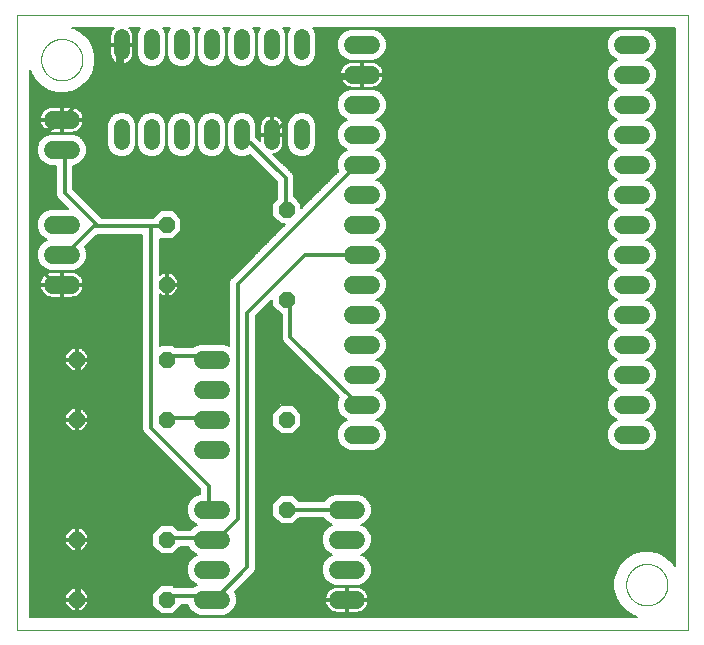
<source format=gtl>
G75*
%MOIN*%
%OFA0B0*%
%FSLAX25Y25*%
%IPPOS*%
%LPD*%
%AMOC8*
5,1,8,0,0,1.08239X$1,22.5*
%
%ADD10C,0.00000*%
%ADD11OC8,0.05200*%
%ADD12C,0.05200*%
%ADD13C,0.06000*%
%ADD14C,0.01200*%
%ADD15C,0.00600*%
D10*
X0093333Y0006300D02*
X0093333Y0211261D01*
X0317034Y0211261D01*
X0317034Y0006300D01*
X0093333Y0006300D01*
X0296443Y0021300D02*
X0296445Y0021469D01*
X0296451Y0021638D01*
X0296462Y0021807D01*
X0296476Y0021975D01*
X0296495Y0022143D01*
X0296518Y0022311D01*
X0296544Y0022478D01*
X0296575Y0022644D01*
X0296610Y0022810D01*
X0296649Y0022974D01*
X0296693Y0023138D01*
X0296740Y0023300D01*
X0296791Y0023461D01*
X0296846Y0023621D01*
X0296905Y0023780D01*
X0296967Y0023937D01*
X0297034Y0024092D01*
X0297105Y0024246D01*
X0297179Y0024398D01*
X0297257Y0024548D01*
X0297338Y0024696D01*
X0297423Y0024842D01*
X0297512Y0024986D01*
X0297604Y0025128D01*
X0297700Y0025267D01*
X0297799Y0025404D01*
X0297901Y0025539D01*
X0298007Y0025671D01*
X0298116Y0025800D01*
X0298228Y0025927D01*
X0298343Y0026051D01*
X0298461Y0026172D01*
X0298582Y0026290D01*
X0298706Y0026405D01*
X0298833Y0026517D01*
X0298962Y0026626D01*
X0299094Y0026732D01*
X0299229Y0026834D01*
X0299366Y0026933D01*
X0299505Y0027029D01*
X0299647Y0027121D01*
X0299791Y0027210D01*
X0299937Y0027295D01*
X0300085Y0027376D01*
X0300235Y0027454D01*
X0300387Y0027528D01*
X0300541Y0027599D01*
X0300696Y0027666D01*
X0300853Y0027728D01*
X0301012Y0027787D01*
X0301172Y0027842D01*
X0301333Y0027893D01*
X0301495Y0027940D01*
X0301659Y0027984D01*
X0301823Y0028023D01*
X0301989Y0028058D01*
X0302155Y0028089D01*
X0302322Y0028115D01*
X0302490Y0028138D01*
X0302658Y0028157D01*
X0302826Y0028171D01*
X0302995Y0028182D01*
X0303164Y0028188D01*
X0303333Y0028190D01*
X0303502Y0028188D01*
X0303671Y0028182D01*
X0303840Y0028171D01*
X0304008Y0028157D01*
X0304176Y0028138D01*
X0304344Y0028115D01*
X0304511Y0028089D01*
X0304677Y0028058D01*
X0304843Y0028023D01*
X0305007Y0027984D01*
X0305171Y0027940D01*
X0305333Y0027893D01*
X0305494Y0027842D01*
X0305654Y0027787D01*
X0305813Y0027728D01*
X0305970Y0027666D01*
X0306125Y0027599D01*
X0306279Y0027528D01*
X0306431Y0027454D01*
X0306581Y0027376D01*
X0306729Y0027295D01*
X0306875Y0027210D01*
X0307019Y0027121D01*
X0307161Y0027029D01*
X0307300Y0026933D01*
X0307437Y0026834D01*
X0307572Y0026732D01*
X0307704Y0026626D01*
X0307833Y0026517D01*
X0307960Y0026405D01*
X0308084Y0026290D01*
X0308205Y0026172D01*
X0308323Y0026051D01*
X0308438Y0025927D01*
X0308550Y0025800D01*
X0308659Y0025671D01*
X0308765Y0025539D01*
X0308867Y0025404D01*
X0308966Y0025267D01*
X0309062Y0025128D01*
X0309154Y0024986D01*
X0309243Y0024842D01*
X0309328Y0024696D01*
X0309409Y0024548D01*
X0309487Y0024398D01*
X0309561Y0024246D01*
X0309632Y0024092D01*
X0309699Y0023937D01*
X0309761Y0023780D01*
X0309820Y0023621D01*
X0309875Y0023461D01*
X0309926Y0023300D01*
X0309973Y0023138D01*
X0310017Y0022974D01*
X0310056Y0022810D01*
X0310091Y0022644D01*
X0310122Y0022478D01*
X0310148Y0022311D01*
X0310171Y0022143D01*
X0310190Y0021975D01*
X0310204Y0021807D01*
X0310215Y0021638D01*
X0310221Y0021469D01*
X0310223Y0021300D01*
X0310221Y0021131D01*
X0310215Y0020962D01*
X0310204Y0020793D01*
X0310190Y0020625D01*
X0310171Y0020457D01*
X0310148Y0020289D01*
X0310122Y0020122D01*
X0310091Y0019956D01*
X0310056Y0019790D01*
X0310017Y0019626D01*
X0309973Y0019462D01*
X0309926Y0019300D01*
X0309875Y0019139D01*
X0309820Y0018979D01*
X0309761Y0018820D01*
X0309699Y0018663D01*
X0309632Y0018508D01*
X0309561Y0018354D01*
X0309487Y0018202D01*
X0309409Y0018052D01*
X0309328Y0017904D01*
X0309243Y0017758D01*
X0309154Y0017614D01*
X0309062Y0017472D01*
X0308966Y0017333D01*
X0308867Y0017196D01*
X0308765Y0017061D01*
X0308659Y0016929D01*
X0308550Y0016800D01*
X0308438Y0016673D01*
X0308323Y0016549D01*
X0308205Y0016428D01*
X0308084Y0016310D01*
X0307960Y0016195D01*
X0307833Y0016083D01*
X0307704Y0015974D01*
X0307572Y0015868D01*
X0307437Y0015766D01*
X0307300Y0015667D01*
X0307161Y0015571D01*
X0307019Y0015479D01*
X0306875Y0015390D01*
X0306729Y0015305D01*
X0306581Y0015224D01*
X0306431Y0015146D01*
X0306279Y0015072D01*
X0306125Y0015001D01*
X0305970Y0014934D01*
X0305813Y0014872D01*
X0305654Y0014813D01*
X0305494Y0014758D01*
X0305333Y0014707D01*
X0305171Y0014660D01*
X0305007Y0014616D01*
X0304843Y0014577D01*
X0304677Y0014542D01*
X0304511Y0014511D01*
X0304344Y0014485D01*
X0304176Y0014462D01*
X0304008Y0014443D01*
X0303840Y0014429D01*
X0303671Y0014418D01*
X0303502Y0014412D01*
X0303333Y0014410D01*
X0303164Y0014412D01*
X0302995Y0014418D01*
X0302826Y0014429D01*
X0302658Y0014443D01*
X0302490Y0014462D01*
X0302322Y0014485D01*
X0302155Y0014511D01*
X0301989Y0014542D01*
X0301823Y0014577D01*
X0301659Y0014616D01*
X0301495Y0014660D01*
X0301333Y0014707D01*
X0301172Y0014758D01*
X0301012Y0014813D01*
X0300853Y0014872D01*
X0300696Y0014934D01*
X0300541Y0015001D01*
X0300387Y0015072D01*
X0300235Y0015146D01*
X0300085Y0015224D01*
X0299937Y0015305D01*
X0299791Y0015390D01*
X0299647Y0015479D01*
X0299505Y0015571D01*
X0299366Y0015667D01*
X0299229Y0015766D01*
X0299094Y0015868D01*
X0298962Y0015974D01*
X0298833Y0016083D01*
X0298706Y0016195D01*
X0298582Y0016310D01*
X0298461Y0016428D01*
X0298343Y0016549D01*
X0298228Y0016673D01*
X0298116Y0016800D01*
X0298007Y0016929D01*
X0297901Y0017061D01*
X0297799Y0017196D01*
X0297700Y0017333D01*
X0297604Y0017472D01*
X0297512Y0017614D01*
X0297423Y0017758D01*
X0297338Y0017904D01*
X0297257Y0018052D01*
X0297179Y0018202D01*
X0297105Y0018354D01*
X0297034Y0018508D01*
X0296967Y0018663D01*
X0296905Y0018820D01*
X0296846Y0018979D01*
X0296791Y0019139D01*
X0296740Y0019300D01*
X0296693Y0019462D01*
X0296649Y0019626D01*
X0296610Y0019790D01*
X0296575Y0019956D01*
X0296544Y0020122D01*
X0296518Y0020289D01*
X0296495Y0020457D01*
X0296476Y0020625D01*
X0296462Y0020793D01*
X0296451Y0020962D01*
X0296445Y0021131D01*
X0296443Y0021300D01*
X0101443Y0196300D02*
X0101445Y0196469D01*
X0101451Y0196638D01*
X0101462Y0196807D01*
X0101476Y0196975D01*
X0101495Y0197143D01*
X0101518Y0197311D01*
X0101544Y0197478D01*
X0101575Y0197644D01*
X0101610Y0197810D01*
X0101649Y0197974D01*
X0101693Y0198138D01*
X0101740Y0198300D01*
X0101791Y0198461D01*
X0101846Y0198621D01*
X0101905Y0198780D01*
X0101967Y0198937D01*
X0102034Y0199092D01*
X0102105Y0199246D01*
X0102179Y0199398D01*
X0102257Y0199548D01*
X0102338Y0199696D01*
X0102423Y0199842D01*
X0102512Y0199986D01*
X0102604Y0200128D01*
X0102700Y0200267D01*
X0102799Y0200404D01*
X0102901Y0200539D01*
X0103007Y0200671D01*
X0103116Y0200800D01*
X0103228Y0200927D01*
X0103343Y0201051D01*
X0103461Y0201172D01*
X0103582Y0201290D01*
X0103706Y0201405D01*
X0103833Y0201517D01*
X0103962Y0201626D01*
X0104094Y0201732D01*
X0104229Y0201834D01*
X0104366Y0201933D01*
X0104505Y0202029D01*
X0104647Y0202121D01*
X0104791Y0202210D01*
X0104937Y0202295D01*
X0105085Y0202376D01*
X0105235Y0202454D01*
X0105387Y0202528D01*
X0105541Y0202599D01*
X0105696Y0202666D01*
X0105853Y0202728D01*
X0106012Y0202787D01*
X0106172Y0202842D01*
X0106333Y0202893D01*
X0106495Y0202940D01*
X0106659Y0202984D01*
X0106823Y0203023D01*
X0106989Y0203058D01*
X0107155Y0203089D01*
X0107322Y0203115D01*
X0107490Y0203138D01*
X0107658Y0203157D01*
X0107826Y0203171D01*
X0107995Y0203182D01*
X0108164Y0203188D01*
X0108333Y0203190D01*
X0108502Y0203188D01*
X0108671Y0203182D01*
X0108840Y0203171D01*
X0109008Y0203157D01*
X0109176Y0203138D01*
X0109344Y0203115D01*
X0109511Y0203089D01*
X0109677Y0203058D01*
X0109843Y0203023D01*
X0110007Y0202984D01*
X0110171Y0202940D01*
X0110333Y0202893D01*
X0110494Y0202842D01*
X0110654Y0202787D01*
X0110813Y0202728D01*
X0110970Y0202666D01*
X0111125Y0202599D01*
X0111279Y0202528D01*
X0111431Y0202454D01*
X0111581Y0202376D01*
X0111729Y0202295D01*
X0111875Y0202210D01*
X0112019Y0202121D01*
X0112161Y0202029D01*
X0112300Y0201933D01*
X0112437Y0201834D01*
X0112572Y0201732D01*
X0112704Y0201626D01*
X0112833Y0201517D01*
X0112960Y0201405D01*
X0113084Y0201290D01*
X0113205Y0201172D01*
X0113323Y0201051D01*
X0113438Y0200927D01*
X0113550Y0200800D01*
X0113659Y0200671D01*
X0113765Y0200539D01*
X0113867Y0200404D01*
X0113966Y0200267D01*
X0114062Y0200128D01*
X0114154Y0199986D01*
X0114243Y0199842D01*
X0114328Y0199696D01*
X0114409Y0199548D01*
X0114487Y0199398D01*
X0114561Y0199246D01*
X0114632Y0199092D01*
X0114699Y0198937D01*
X0114761Y0198780D01*
X0114820Y0198621D01*
X0114875Y0198461D01*
X0114926Y0198300D01*
X0114973Y0198138D01*
X0115017Y0197974D01*
X0115056Y0197810D01*
X0115091Y0197644D01*
X0115122Y0197478D01*
X0115148Y0197311D01*
X0115171Y0197143D01*
X0115190Y0196975D01*
X0115204Y0196807D01*
X0115215Y0196638D01*
X0115221Y0196469D01*
X0115223Y0196300D01*
X0115221Y0196131D01*
X0115215Y0195962D01*
X0115204Y0195793D01*
X0115190Y0195625D01*
X0115171Y0195457D01*
X0115148Y0195289D01*
X0115122Y0195122D01*
X0115091Y0194956D01*
X0115056Y0194790D01*
X0115017Y0194626D01*
X0114973Y0194462D01*
X0114926Y0194300D01*
X0114875Y0194139D01*
X0114820Y0193979D01*
X0114761Y0193820D01*
X0114699Y0193663D01*
X0114632Y0193508D01*
X0114561Y0193354D01*
X0114487Y0193202D01*
X0114409Y0193052D01*
X0114328Y0192904D01*
X0114243Y0192758D01*
X0114154Y0192614D01*
X0114062Y0192472D01*
X0113966Y0192333D01*
X0113867Y0192196D01*
X0113765Y0192061D01*
X0113659Y0191929D01*
X0113550Y0191800D01*
X0113438Y0191673D01*
X0113323Y0191549D01*
X0113205Y0191428D01*
X0113084Y0191310D01*
X0112960Y0191195D01*
X0112833Y0191083D01*
X0112704Y0190974D01*
X0112572Y0190868D01*
X0112437Y0190766D01*
X0112300Y0190667D01*
X0112161Y0190571D01*
X0112019Y0190479D01*
X0111875Y0190390D01*
X0111729Y0190305D01*
X0111581Y0190224D01*
X0111431Y0190146D01*
X0111279Y0190072D01*
X0111125Y0190001D01*
X0110970Y0189934D01*
X0110813Y0189872D01*
X0110654Y0189813D01*
X0110494Y0189758D01*
X0110333Y0189707D01*
X0110171Y0189660D01*
X0110007Y0189616D01*
X0109843Y0189577D01*
X0109677Y0189542D01*
X0109511Y0189511D01*
X0109344Y0189485D01*
X0109176Y0189462D01*
X0109008Y0189443D01*
X0108840Y0189429D01*
X0108671Y0189418D01*
X0108502Y0189412D01*
X0108333Y0189410D01*
X0108164Y0189412D01*
X0107995Y0189418D01*
X0107826Y0189429D01*
X0107658Y0189443D01*
X0107490Y0189462D01*
X0107322Y0189485D01*
X0107155Y0189511D01*
X0106989Y0189542D01*
X0106823Y0189577D01*
X0106659Y0189616D01*
X0106495Y0189660D01*
X0106333Y0189707D01*
X0106172Y0189758D01*
X0106012Y0189813D01*
X0105853Y0189872D01*
X0105696Y0189934D01*
X0105541Y0190001D01*
X0105387Y0190072D01*
X0105235Y0190146D01*
X0105085Y0190224D01*
X0104937Y0190305D01*
X0104791Y0190390D01*
X0104647Y0190479D01*
X0104505Y0190571D01*
X0104366Y0190667D01*
X0104229Y0190766D01*
X0104094Y0190868D01*
X0103962Y0190974D01*
X0103833Y0191083D01*
X0103706Y0191195D01*
X0103582Y0191310D01*
X0103461Y0191428D01*
X0103343Y0191549D01*
X0103228Y0191673D01*
X0103116Y0191800D01*
X0103007Y0191929D01*
X0102901Y0192061D01*
X0102799Y0192196D01*
X0102700Y0192333D01*
X0102604Y0192472D01*
X0102512Y0192614D01*
X0102423Y0192758D01*
X0102338Y0192904D01*
X0102257Y0193052D01*
X0102179Y0193202D01*
X0102105Y0193354D01*
X0102034Y0193508D01*
X0101967Y0193663D01*
X0101905Y0193820D01*
X0101846Y0193979D01*
X0101791Y0194139D01*
X0101740Y0194300D01*
X0101693Y0194462D01*
X0101649Y0194626D01*
X0101610Y0194790D01*
X0101575Y0194956D01*
X0101544Y0195122D01*
X0101518Y0195289D01*
X0101495Y0195457D01*
X0101476Y0195625D01*
X0101462Y0195793D01*
X0101451Y0195962D01*
X0101445Y0196131D01*
X0101443Y0196300D01*
D11*
X0183333Y0146300D03*
X0143333Y0141300D03*
X0143333Y0121300D03*
X0143333Y0096300D03*
X0143333Y0076300D03*
X0113333Y0076300D03*
X0113333Y0096300D03*
X0183333Y0076300D03*
X0183333Y0046300D03*
X0143333Y0036300D03*
X0143333Y0016300D03*
X0113333Y0016300D03*
X0113333Y0036300D03*
X0183333Y0116300D03*
D12*
X0178333Y0168700D02*
X0178333Y0173900D01*
X0168333Y0173900D02*
X0168333Y0168700D01*
X0158333Y0168700D02*
X0158333Y0173900D01*
X0148333Y0173900D02*
X0148333Y0168700D01*
X0138333Y0168700D02*
X0138333Y0173900D01*
X0128333Y0173900D02*
X0128333Y0168700D01*
X0128333Y0198700D02*
X0128333Y0203900D01*
X0138333Y0203900D02*
X0138333Y0198700D01*
X0148333Y0198700D02*
X0148333Y0203900D01*
X0158333Y0203900D02*
X0158333Y0198700D01*
X0168333Y0198700D02*
X0168333Y0203900D01*
X0178333Y0203900D02*
X0178333Y0198700D01*
X0188333Y0198700D02*
X0188333Y0203900D01*
X0188333Y0173900D02*
X0188333Y0168700D01*
D13*
X0205333Y0171300D02*
X0211333Y0171300D01*
X0211333Y0161300D02*
X0205333Y0161300D01*
X0205333Y0151300D02*
X0211333Y0151300D01*
X0211333Y0141300D02*
X0205333Y0141300D01*
X0205333Y0131300D02*
X0211333Y0131300D01*
X0211333Y0121300D02*
X0205333Y0121300D01*
X0205333Y0111300D02*
X0211333Y0111300D01*
X0211333Y0101300D02*
X0205333Y0101300D01*
X0205333Y0091300D02*
X0211333Y0091300D01*
X0211333Y0081300D02*
X0205333Y0081300D01*
X0205333Y0071300D02*
X0211333Y0071300D01*
X0206333Y0046300D02*
X0200333Y0046300D01*
X0200333Y0036300D02*
X0206333Y0036300D01*
X0206333Y0026300D02*
X0200333Y0026300D01*
X0200333Y0016300D02*
X0206333Y0016300D01*
X0161333Y0016300D02*
X0155333Y0016300D01*
X0155333Y0026300D02*
X0161333Y0026300D01*
X0161333Y0036300D02*
X0155333Y0036300D01*
X0155333Y0046300D02*
X0161333Y0046300D01*
X0161333Y0066300D02*
X0155333Y0066300D01*
X0155333Y0076300D02*
X0161333Y0076300D01*
X0161333Y0086300D02*
X0155333Y0086300D01*
X0155333Y0096300D02*
X0161333Y0096300D01*
X0111333Y0121300D02*
X0105333Y0121300D01*
X0105333Y0131300D02*
X0111333Y0131300D01*
X0111333Y0141300D02*
X0105333Y0141300D01*
X0105333Y0166300D02*
X0111333Y0166300D01*
X0111333Y0176300D02*
X0105333Y0176300D01*
X0205333Y0181300D02*
X0211333Y0181300D01*
X0211333Y0191300D02*
X0205333Y0191300D01*
X0205333Y0201300D02*
X0211333Y0201300D01*
X0295333Y0201300D02*
X0301333Y0201300D01*
X0301333Y0191300D02*
X0295333Y0191300D01*
X0295333Y0181300D02*
X0301333Y0181300D01*
X0301333Y0171300D02*
X0295333Y0171300D01*
X0295333Y0161300D02*
X0301333Y0161300D01*
X0301333Y0151300D02*
X0295333Y0151300D01*
X0295333Y0141300D02*
X0301333Y0141300D01*
X0301333Y0131300D02*
X0295333Y0131300D01*
X0295333Y0121300D02*
X0301333Y0121300D01*
X0301333Y0111300D02*
X0295333Y0111300D01*
X0295333Y0101300D02*
X0301333Y0101300D01*
X0301333Y0091300D02*
X0295333Y0091300D01*
X0295333Y0081300D02*
X0301333Y0081300D01*
X0301333Y0071300D02*
X0295333Y0071300D01*
D14*
X0208333Y0081300D02*
X0206933Y0081500D01*
X0184533Y0103900D01*
X0184533Y0115100D01*
X0183333Y0116300D01*
X0170133Y0111900D02*
X0170133Y0027100D01*
X0158933Y0015900D01*
X0158333Y0016300D01*
X0157333Y0017500D01*
X0144533Y0017500D01*
X0143333Y0016300D01*
X0143333Y0036300D02*
X0144533Y0036700D01*
X0157333Y0036700D01*
X0158333Y0036300D01*
X0158933Y0035100D01*
X0166933Y0043100D01*
X0166933Y0121500D01*
X0205333Y0159900D01*
X0206933Y0159900D01*
X0208333Y0161300D01*
X0182933Y0156700D02*
X0182933Y0147100D01*
X0183333Y0146300D01*
X0182933Y0156700D02*
X0168333Y0171300D01*
X0178333Y0171300D02*
X0197333Y0190300D01*
X0206933Y0190300D01*
X0208333Y0191300D01*
X0143333Y0141300D02*
X0142933Y0140700D01*
X0138133Y0140700D01*
X0138133Y0073500D01*
X0157333Y0054300D01*
X0157333Y0046300D01*
X0158333Y0046300D01*
X0183333Y0046300D02*
X0203333Y0046300D01*
X0158333Y0076300D02*
X0157333Y0076700D01*
X0144533Y0076700D01*
X0143333Y0076300D01*
X0143333Y0096300D02*
X0144533Y0097500D01*
X0157333Y0097500D01*
X0158333Y0096300D01*
X0170133Y0111900D02*
X0189333Y0131100D01*
X0206933Y0131100D01*
X0208333Y0131300D01*
X0138133Y0140700D02*
X0120533Y0140700D01*
X0109333Y0151900D01*
X0109333Y0166300D01*
X0108333Y0166300D01*
X0104533Y0172700D02*
X0102933Y0172700D01*
X0099733Y0169500D01*
X0099733Y0127900D01*
X0107733Y0119900D01*
X0108333Y0121300D01*
X0109333Y0131100D02*
X0108333Y0131300D01*
X0109333Y0131100D02*
X0118933Y0140700D01*
X0120533Y0140700D01*
X0104533Y0172700D02*
X0107733Y0175900D01*
X0108333Y0176300D01*
X0109333Y0177500D01*
X0126933Y0195100D01*
X0126933Y0199900D01*
X0128333Y0201300D01*
X0113333Y0096300D02*
X0114133Y0095900D01*
X0114133Y0076700D01*
X0113333Y0076300D01*
X0113333Y0036300D02*
X0114133Y0035100D01*
X0114133Y0017500D01*
X0113333Y0016300D01*
D15*
X0113033Y0016475D02*
X0097633Y0016475D01*
X0097633Y0017073D02*
X0109433Y0017073D01*
X0109433Y0016600D02*
X0113033Y0016600D01*
X0113033Y0016000D01*
X0109433Y0016000D01*
X0109433Y0014685D01*
X0111718Y0012400D01*
X0113033Y0012400D01*
X0113033Y0016000D01*
X0113633Y0016000D01*
X0113633Y0012400D01*
X0114949Y0012400D01*
X0117233Y0014685D01*
X0117233Y0016000D01*
X0113633Y0016000D01*
X0113633Y0016600D01*
X0113033Y0016600D01*
X0113033Y0020200D01*
X0111718Y0020200D01*
X0109433Y0017915D01*
X0109433Y0016600D01*
X0109433Y0015876D02*
X0097633Y0015876D01*
X0097633Y0015278D02*
X0109433Y0015278D01*
X0109439Y0014679D02*
X0097633Y0014679D01*
X0097633Y0014081D02*
X0110037Y0014081D01*
X0110636Y0013482D02*
X0097633Y0013482D01*
X0097633Y0012884D02*
X0111234Y0012884D01*
X0113033Y0012884D02*
X0113633Y0012884D01*
X0113633Y0013482D02*
X0113033Y0013482D01*
X0113033Y0014081D02*
X0113633Y0014081D01*
X0113633Y0014679D02*
X0113033Y0014679D01*
X0113033Y0015278D02*
X0113633Y0015278D01*
X0113633Y0015876D02*
X0113033Y0015876D01*
X0113633Y0016475D02*
X0138433Y0016475D01*
X0138433Y0017073D02*
X0117233Y0017073D01*
X0117233Y0016600D02*
X0117233Y0017915D01*
X0114949Y0020200D01*
X0113633Y0020200D01*
X0113633Y0016600D01*
X0117233Y0016600D01*
X0117233Y0015876D02*
X0138433Y0015876D01*
X0138433Y0015278D02*
X0117233Y0015278D01*
X0117228Y0014679D02*
X0138433Y0014679D01*
X0138433Y0014270D02*
X0141304Y0011400D01*
X0145363Y0011400D01*
X0148233Y0014270D01*
X0148233Y0014600D01*
X0150301Y0014600D01*
X0150840Y0013298D01*
X0152331Y0011807D01*
X0154279Y0011000D01*
X0162388Y0011000D01*
X0164336Y0011807D01*
X0165826Y0013298D01*
X0166633Y0015246D01*
X0166633Y0017354D01*
X0166005Y0018871D01*
X0172592Y0025457D01*
X0173033Y0026523D01*
X0173033Y0110699D01*
X0178433Y0116099D01*
X0178433Y0114270D01*
X0181304Y0111400D01*
X0181633Y0111400D01*
X0181633Y0103323D01*
X0182075Y0102257D01*
X0200603Y0083729D01*
X0200033Y0082354D01*
X0200033Y0080246D01*
X0200840Y0078298D01*
X0202331Y0076807D01*
X0203555Y0076300D01*
X0202331Y0075793D01*
X0200840Y0074302D01*
X0200033Y0072354D01*
X0200033Y0070246D01*
X0200840Y0068298D01*
X0202331Y0066807D01*
X0204279Y0066000D01*
X0212388Y0066000D01*
X0214336Y0066807D01*
X0215826Y0068298D01*
X0216633Y0070246D01*
X0216633Y0072354D01*
X0215826Y0074302D01*
X0214336Y0075793D01*
X0213112Y0076300D01*
X0214336Y0076807D01*
X0215826Y0078298D01*
X0216633Y0080246D01*
X0216633Y0082354D01*
X0215826Y0084302D01*
X0214336Y0085793D01*
X0213112Y0086300D01*
X0214336Y0086807D01*
X0215826Y0088298D01*
X0216633Y0090246D01*
X0216633Y0092354D01*
X0215826Y0094302D01*
X0214336Y0095793D01*
X0213112Y0096300D01*
X0214336Y0096807D01*
X0215826Y0098298D01*
X0216633Y0100246D01*
X0216633Y0102354D01*
X0215826Y0104302D01*
X0214336Y0105793D01*
X0213112Y0106300D01*
X0214336Y0106807D01*
X0215826Y0108298D01*
X0216633Y0110246D01*
X0216633Y0112354D01*
X0215826Y0114302D01*
X0214336Y0115793D01*
X0213112Y0116300D01*
X0214336Y0116807D01*
X0215826Y0118298D01*
X0216633Y0120246D01*
X0216633Y0122354D01*
X0215826Y0124302D01*
X0214336Y0125793D01*
X0213112Y0126300D01*
X0214336Y0126807D01*
X0215826Y0128298D01*
X0216633Y0130246D01*
X0216633Y0132354D01*
X0215826Y0134302D01*
X0214336Y0135793D01*
X0213112Y0136300D01*
X0214336Y0136807D01*
X0215826Y0138298D01*
X0216633Y0140246D01*
X0216633Y0142354D01*
X0215826Y0144302D01*
X0214336Y0145793D01*
X0213112Y0146300D01*
X0214336Y0146807D01*
X0215826Y0148298D01*
X0216633Y0150246D01*
X0216633Y0152354D01*
X0215826Y0154302D01*
X0214336Y0155793D01*
X0213112Y0156300D01*
X0214336Y0156807D01*
X0215826Y0158298D01*
X0216633Y0160246D01*
X0216633Y0162354D01*
X0215826Y0164302D01*
X0214336Y0165793D01*
X0213112Y0166300D01*
X0214336Y0166807D01*
X0215826Y0168298D01*
X0216633Y0170246D01*
X0216633Y0172354D01*
X0215826Y0174302D01*
X0214336Y0175793D01*
X0213112Y0176300D01*
X0214336Y0176807D01*
X0215826Y0178298D01*
X0216633Y0180246D01*
X0216633Y0182354D01*
X0215826Y0184302D01*
X0214336Y0185793D01*
X0212388Y0186600D01*
X0204279Y0186600D01*
X0202331Y0185793D01*
X0200840Y0184302D01*
X0200033Y0182354D01*
X0200033Y0180246D01*
X0200840Y0178298D01*
X0202331Y0176807D01*
X0203555Y0176300D01*
X0202331Y0175793D01*
X0200840Y0174302D01*
X0200033Y0172354D01*
X0200033Y0170246D01*
X0200840Y0168298D01*
X0202331Y0166807D01*
X0203555Y0166300D01*
X0202331Y0165793D01*
X0200840Y0164302D01*
X0200033Y0162354D01*
X0200033Y0160246D01*
X0200486Y0159154D01*
X0188233Y0146901D01*
X0188233Y0148330D01*
X0185833Y0150730D01*
X0185833Y0157277D01*
X0185392Y0158343D01*
X0178899Y0164836D01*
X0179471Y0164950D01*
X0180181Y0165244D01*
X0180819Y0165671D01*
X0181363Y0166214D01*
X0181789Y0166853D01*
X0182083Y0167562D01*
X0182233Y0168316D01*
X0182233Y0171000D01*
X0178633Y0171000D01*
X0178633Y0171600D01*
X0178033Y0171600D01*
X0178033Y0171000D01*
X0174433Y0171000D01*
X0174433Y0169301D01*
X0173233Y0170501D01*
X0173233Y0174875D01*
X0172487Y0176676D01*
X0171109Y0178054D01*
X0169308Y0178800D01*
X0167359Y0178800D01*
X0165558Y0178054D01*
X0164179Y0176676D01*
X0163433Y0174875D01*
X0163433Y0167725D01*
X0164179Y0165924D01*
X0165558Y0164546D01*
X0167359Y0163800D01*
X0169308Y0163800D01*
X0171022Y0164510D01*
X0180033Y0155499D01*
X0180033Y0149930D01*
X0178433Y0148330D01*
X0178433Y0144270D01*
X0181304Y0141400D01*
X0182732Y0141400D01*
X0165291Y0123958D01*
X0164475Y0123143D01*
X0164033Y0122077D01*
X0164033Y0100918D01*
X0162388Y0101600D01*
X0154279Y0101600D01*
X0152331Y0100793D01*
X0151938Y0100400D01*
X0146163Y0100400D01*
X0145363Y0101200D01*
X0141304Y0101200D01*
X0141033Y0100930D01*
X0141033Y0118085D01*
X0141718Y0117400D01*
X0143033Y0117400D01*
X0143033Y0121000D01*
X0143633Y0121000D01*
X0143633Y0117400D01*
X0144949Y0117400D01*
X0147233Y0119685D01*
X0147233Y0121000D01*
X0143633Y0121000D01*
X0143633Y0121600D01*
X0143033Y0121600D01*
X0143033Y0125200D01*
X0141718Y0125200D01*
X0141033Y0124515D01*
X0141033Y0136670D01*
X0141304Y0136400D01*
X0145363Y0136400D01*
X0148233Y0139270D01*
X0148233Y0143330D01*
X0145363Y0146200D01*
X0141304Y0146200D01*
X0138704Y0143600D01*
X0121735Y0143600D01*
X0112233Y0153101D01*
X0112233Y0161000D01*
X0112388Y0161000D01*
X0114336Y0161807D01*
X0115826Y0163298D01*
X0116633Y0165246D01*
X0116633Y0167354D01*
X0115826Y0169302D01*
X0114336Y0170793D01*
X0112388Y0171600D01*
X0104279Y0171600D01*
X0102331Y0170793D01*
X0100840Y0169302D01*
X0100033Y0167354D01*
X0100033Y0165246D01*
X0100840Y0163298D01*
X0102331Y0161807D01*
X0104279Y0161000D01*
X0106433Y0161000D01*
X0106433Y0151323D01*
X0106875Y0150257D01*
X0110532Y0146600D01*
X0104279Y0146600D01*
X0102331Y0145793D01*
X0100840Y0144302D01*
X0100033Y0142354D01*
X0100033Y0140246D01*
X0100840Y0138298D01*
X0102331Y0136807D01*
X0103555Y0136300D01*
X0102331Y0135793D01*
X0100840Y0134302D01*
X0100033Y0132354D01*
X0100033Y0130246D01*
X0100840Y0128298D01*
X0102331Y0126807D01*
X0104279Y0126000D01*
X0112388Y0126000D01*
X0114336Y0126807D01*
X0115826Y0128298D01*
X0116633Y0130246D01*
X0116633Y0132354D01*
X0116064Y0133729D01*
X0120135Y0137800D01*
X0135233Y0137800D01*
X0135233Y0072923D01*
X0135675Y0071857D01*
X0136491Y0071041D01*
X0154433Y0053099D01*
X0154433Y0051600D01*
X0154279Y0051600D01*
X0152331Y0050793D01*
X0150840Y0049302D01*
X0150033Y0047354D01*
X0150033Y0045246D01*
X0150840Y0043298D01*
X0152331Y0041807D01*
X0153555Y0041300D01*
X0152331Y0040793D01*
X0151138Y0039600D01*
X0146963Y0039600D01*
X0145363Y0041200D01*
X0141304Y0041200D01*
X0138433Y0038330D01*
X0138433Y0034270D01*
X0141304Y0031400D01*
X0145363Y0031400D01*
X0147763Y0033800D01*
X0150632Y0033800D01*
X0150840Y0033298D01*
X0152331Y0031807D01*
X0153555Y0031300D01*
X0152331Y0030793D01*
X0150840Y0029302D01*
X0150033Y0027354D01*
X0150033Y0025246D01*
X0150840Y0023298D01*
X0152331Y0021807D01*
X0153555Y0021300D01*
X0152331Y0020793D01*
X0151938Y0020400D01*
X0146163Y0020400D01*
X0145363Y0021200D01*
X0141304Y0021200D01*
X0138433Y0018330D01*
X0138433Y0014270D01*
X0138623Y0014081D02*
X0116629Y0014081D01*
X0116031Y0013482D02*
X0139222Y0013482D01*
X0139820Y0012884D02*
X0115432Y0012884D01*
X0113633Y0017073D02*
X0113033Y0017073D01*
X0113033Y0017672D02*
X0113633Y0017672D01*
X0113633Y0018270D02*
X0113033Y0018270D01*
X0113033Y0018869D02*
X0113633Y0018869D01*
X0113633Y0019467D02*
X0113033Y0019467D01*
X0113033Y0020066D02*
X0113633Y0020066D01*
X0115083Y0020066D02*
X0140169Y0020066D01*
X0139571Y0019467D02*
X0115681Y0019467D01*
X0116280Y0018869D02*
X0138972Y0018869D01*
X0138433Y0018270D02*
X0116879Y0018270D01*
X0117233Y0017672D02*
X0138433Y0017672D01*
X0140768Y0020664D02*
X0097633Y0020664D01*
X0097633Y0020066D02*
X0111584Y0020066D01*
X0110985Y0019467D02*
X0097633Y0019467D01*
X0097633Y0018869D02*
X0110387Y0018869D01*
X0109788Y0018270D02*
X0097633Y0018270D01*
X0097633Y0017672D02*
X0109433Y0017672D01*
X0097633Y0021263D02*
X0153465Y0021263D01*
X0152277Y0021861D02*
X0097633Y0021861D01*
X0097633Y0022460D02*
X0151678Y0022460D01*
X0151080Y0023058D02*
X0097633Y0023058D01*
X0097633Y0023657D02*
X0150691Y0023657D01*
X0150444Y0024255D02*
X0097633Y0024255D01*
X0097633Y0024854D02*
X0150196Y0024854D01*
X0150033Y0025452D02*
X0097633Y0025452D01*
X0097633Y0026051D02*
X0150033Y0026051D01*
X0150033Y0026649D02*
X0097633Y0026649D01*
X0097633Y0027248D02*
X0150033Y0027248D01*
X0150237Y0027846D02*
X0097633Y0027846D01*
X0097633Y0028445D02*
X0150485Y0028445D01*
X0150733Y0029043D02*
X0097633Y0029043D01*
X0097633Y0029642D02*
X0151180Y0029642D01*
X0151778Y0030240D02*
X0097633Y0030240D01*
X0097633Y0030839D02*
X0152442Y0030839D01*
X0153223Y0031437D02*
X0145400Y0031437D01*
X0145999Y0032036D02*
X0152102Y0032036D01*
X0151503Y0032634D02*
X0146597Y0032634D01*
X0147196Y0033233D02*
X0150905Y0033233D01*
X0151355Y0039817D02*
X0146746Y0039817D01*
X0146148Y0040415D02*
X0151953Y0040415D01*
X0152864Y0041014D02*
X0145549Y0041014D01*
X0141117Y0041014D02*
X0097633Y0041014D01*
X0097633Y0041612D02*
X0152801Y0041612D01*
X0151927Y0042211D02*
X0097633Y0042211D01*
X0097633Y0042809D02*
X0151329Y0042809D01*
X0150795Y0043408D02*
X0097633Y0043408D01*
X0097633Y0044006D02*
X0150547Y0044006D01*
X0150299Y0044605D02*
X0097633Y0044605D01*
X0097633Y0045203D02*
X0150051Y0045203D01*
X0150033Y0045802D02*
X0097633Y0045802D01*
X0097633Y0046400D02*
X0150033Y0046400D01*
X0150033Y0046999D02*
X0097633Y0046999D01*
X0097633Y0047597D02*
X0150134Y0047597D01*
X0150382Y0048196D02*
X0097633Y0048196D01*
X0097633Y0048794D02*
X0150630Y0048794D01*
X0150931Y0049393D02*
X0097633Y0049393D01*
X0097633Y0049991D02*
X0151529Y0049991D01*
X0152128Y0050590D02*
X0097633Y0050590D01*
X0097633Y0051188D02*
X0153285Y0051188D01*
X0154433Y0051787D02*
X0097633Y0051787D01*
X0097633Y0052385D02*
X0154433Y0052385D01*
X0154433Y0052984D02*
X0097633Y0052984D01*
X0097633Y0053582D02*
X0153950Y0053582D01*
X0153351Y0054181D02*
X0097633Y0054181D01*
X0097633Y0054779D02*
X0152753Y0054779D01*
X0152154Y0055378D02*
X0097633Y0055378D01*
X0097633Y0055976D02*
X0151556Y0055976D01*
X0150957Y0056575D02*
X0097633Y0056575D01*
X0097633Y0057173D02*
X0150359Y0057173D01*
X0149760Y0057772D02*
X0097633Y0057772D01*
X0097633Y0058370D02*
X0149162Y0058370D01*
X0148563Y0058969D02*
X0097633Y0058969D01*
X0097633Y0059568D02*
X0147965Y0059568D01*
X0147366Y0060166D02*
X0097633Y0060166D01*
X0097633Y0060765D02*
X0146768Y0060765D01*
X0146169Y0061363D02*
X0097633Y0061363D01*
X0097633Y0061962D02*
X0145571Y0061962D01*
X0144972Y0062560D02*
X0097633Y0062560D01*
X0097633Y0063159D02*
X0144374Y0063159D01*
X0143775Y0063757D02*
X0097633Y0063757D01*
X0097633Y0064356D02*
X0143177Y0064356D01*
X0142578Y0064954D02*
X0097633Y0064954D01*
X0097633Y0065553D02*
X0141979Y0065553D01*
X0141381Y0066151D02*
X0097633Y0066151D01*
X0097633Y0066750D02*
X0140782Y0066750D01*
X0140184Y0067348D02*
X0097633Y0067348D01*
X0097633Y0067947D02*
X0139585Y0067947D01*
X0138987Y0068545D02*
X0097633Y0068545D01*
X0097633Y0069144D02*
X0138388Y0069144D01*
X0137790Y0069742D02*
X0097633Y0069742D01*
X0097633Y0070341D02*
X0137191Y0070341D01*
X0136593Y0070939D02*
X0097633Y0070939D01*
X0097633Y0071538D02*
X0135994Y0071538D01*
X0135559Y0072136D02*
X0097633Y0072136D01*
X0097633Y0072735D02*
X0111383Y0072735D01*
X0111718Y0072400D02*
X0113033Y0072400D01*
X0113033Y0076000D01*
X0109433Y0076000D01*
X0109433Y0074685D01*
X0111718Y0072400D01*
X0110785Y0073333D02*
X0097633Y0073333D01*
X0097633Y0073932D02*
X0110186Y0073932D01*
X0109588Y0074530D02*
X0097633Y0074530D01*
X0097633Y0075129D02*
X0109433Y0075129D01*
X0109433Y0075727D02*
X0097633Y0075727D01*
X0097633Y0076326D02*
X0113033Y0076326D01*
X0113033Y0076600D02*
X0113033Y0076000D01*
X0113633Y0076000D01*
X0113633Y0072400D01*
X0114949Y0072400D01*
X0117233Y0074685D01*
X0117233Y0076000D01*
X0113633Y0076000D01*
X0113633Y0076600D01*
X0113033Y0076600D01*
X0109433Y0076600D01*
X0109433Y0077915D01*
X0111718Y0080200D01*
X0113033Y0080200D01*
X0113033Y0076600D01*
X0113033Y0076924D02*
X0113633Y0076924D01*
X0113633Y0076600D02*
X0113633Y0080200D01*
X0114949Y0080200D01*
X0117233Y0077915D01*
X0117233Y0076600D01*
X0113633Y0076600D01*
X0113633Y0076326D02*
X0135233Y0076326D01*
X0135233Y0076924D02*
X0117233Y0076924D01*
X0117233Y0077523D02*
X0135233Y0077523D01*
X0135233Y0078121D02*
X0117027Y0078121D01*
X0116429Y0078720D02*
X0135233Y0078720D01*
X0135233Y0079318D02*
X0115830Y0079318D01*
X0115232Y0079917D02*
X0135233Y0079917D01*
X0135233Y0080515D02*
X0097633Y0080515D01*
X0097633Y0079917D02*
X0111435Y0079917D01*
X0110836Y0079318D02*
X0097633Y0079318D01*
X0097633Y0078720D02*
X0110238Y0078720D01*
X0109639Y0078121D02*
X0097633Y0078121D01*
X0097633Y0077523D02*
X0109433Y0077523D01*
X0109433Y0076924D02*
X0097633Y0076924D01*
X0097633Y0081114D02*
X0135233Y0081114D01*
X0135233Y0081712D02*
X0097633Y0081712D01*
X0097633Y0082311D02*
X0135233Y0082311D01*
X0135233Y0082909D02*
X0097633Y0082909D01*
X0097633Y0083508D02*
X0135233Y0083508D01*
X0135233Y0084106D02*
X0097633Y0084106D01*
X0097633Y0084705D02*
X0135233Y0084705D01*
X0135233Y0085303D02*
X0097633Y0085303D01*
X0097633Y0085902D02*
X0135233Y0085902D01*
X0135233Y0086501D02*
X0097633Y0086501D01*
X0097633Y0087099D02*
X0135233Y0087099D01*
X0135233Y0087698D02*
X0097633Y0087698D01*
X0097633Y0088296D02*
X0135233Y0088296D01*
X0135233Y0088895D02*
X0097633Y0088895D01*
X0097633Y0089493D02*
X0135233Y0089493D01*
X0135233Y0090092D02*
X0097633Y0090092D01*
X0097633Y0090690D02*
X0135233Y0090690D01*
X0135233Y0091289D02*
X0097633Y0091289D01*
X0097633Y0091887D02*
X0135233Y0091887D01*
X0135233Y0092486D02*
X0115034Y0092486D01*
X0114949Y0092400D02*
X0117233Y0094685D01*
X0117233Y0096000D01*
X0113633Y0096000D01*
X0113633Y0092400D01*
X0114949Y0092400D01*
X0115633Y0093084D02*
X0135233Y0093084D01*
X0135233Y0093683D02*
X0116231Y0093683D01*
X0116830Y0094281D02*
X0135233Y0094281D01*
X0135233Y0094880D02*
X0117233Y0094880D01*
X0117233Y0095478D02*
X0135233Y0095478D01*
X0135233Y0096077D02*
X0113633Y0096077D01*
X0113633Y0096000D02*
X0113633Y0096600D01*
X0113033Y0096600D01*
X0113033Y0096000D01*
X0109433Y0096000D01*
X0109433Y0094685D01*
X0111718Y0092400D01*
X0113033Y0092400D01*
X0113033Y0096000D01*
X0113633Y0096000D01*
X0113633Y0095478D02*
X0113033Y0095478D01*
X0113033Y0094880D02*
X0113633Y0094880D01*
X0113633Y0094281D02*
X0113033Y0094281D01*
X0113033Y0093683D02*
X0113633Y0093683D01*
X0113633Y0093084D02*
X0113033Y0093084D01*
X0113033Y0092486D02*
X0113633Y0092486D01*
X0111632Y0092486D02*
X0097633Y0092486D01*
X0097633Y0093084D02*
X0111034Y0093084D01*
X0110435Y0093683D02*
X0097633Y0093683D01*
X0097633Y0094281D02*
X0109837Y0094281D01*
X0109433Y0094880D02*
X0097633Y0094880D01*
X0097633Y0095478D02*
X0109433Y0095478D01*
X0109433Y0096600D02*
X0113033Y0096600D01*
X0113033Y0100200D01*
X0111718Y0100200D01*
X0109433Y0097915D01*
X0109433Y0096600D01*
X0109433Y0096675D02*
X0097633Y0096675D01*
X0097633Y0096077D02*
X0113033Y0096077D01*
X0113033Y0096675D02*
X0113633Y0096675D01*
X0113633Y0096600D02*
X0113633Y0100200D01*
X0114949Y0100200D01*
X0117233Y0097915D01*
X0117233Y0096600D01*
X0113633Y0096600D01*
X0113633Y0097274D02*
X0113033Y0097274D01*
X0113033Y0097872D02*
X0113633Y0097872D01*
X0113633Y0098471D02*
X0113033Y0098471D01*
X0113033Y0099069D02*
X0113633Y0099069D01*
X0113633Y0099668D02*
X0113033Y0099668D01*
X0111186Y0099668D02*
X0097633Y0099668D01*
X0097633Y0100266D02*
X0135233Y0100266D01*
X0135233Y0099668D02*
X0115481Y0099668D01*
X0116079Y0099069D02*
X0135233Y0099069D01*
X0135233Y0098471D02*
X0116678Y0098471D01*
X0117233Y0097872D02*
X0135233Y0097872D01*
X0135233Y0097274D02*
X0117233Y0097274D01*
X0117233Y0096675D02*
X0135233Y0096675D01*
X0135233Y0100865D02*
X0097633Y0100865D01*
X0097633Y0101463D02*
X0135233Y0101463D01*
X0135233Y0102062D02*
X0097633Y0102062D01*
X0097633Y0102660D02*
X0135233Y0102660D01*
X0135233Y0103259D02*
X0097633Y0103259D01*
X0097633Y0103857D02*
X0135233Y0103857D01*
X0135233Y0104456D02*
X0097633Y0104456D01*
X0097633Y0105054D02*
X0135233Y0105054D01*
X0135233Y0105653D02*
X0097633Y0105653D01*
X0097633Y0106251D02*
X0135233Y0106251D01*
X0135233Y0106850D02*
X0097633Y0106850D01*
X0097633Y0107448D02*
X0135233Y0107448D01*
X0135233Y0108047D02*
X0097633Y0108047D01*
X0097633Y0108645D02*
X0135233Y0108645D01*
X0135233Y0109244D02*
X0097633Y0109244D01*
X0097633Y0109842D02*
X0135233Y0109842D01*
X0135233Y0110441D02*
X0097633Y0110441D01*
X0097633Y0111039D02*
X0135233Y0111039D01*
X0135233Y0111638D02*
X0097633Y0111638D01*
X0097633Y0112237D02*
X0135233Y0112237D01*
X0135233Y0112835D02*
X0097633Y0112835D01*
X0097633Y0113434D02*
X0135233Y0113434D01*
X0135233Y0114032D02*
X0097633Y0114032D01*
X0097633Y0114631D02*
X0135233Y0114631D01*
X0135233Y0115229D02*
X0097633Y0115229D01*
X0097633Y0115828D02*
X0135233Y0115828D01*
X0135233Y0116426D02*
X0097633Y0116426D01*
X0097633Y0117025D02*
X0104840Y0117025D01*
X0104995Y0117000D02*
X0108033Y0117000D01*
X0108033Y0121000D01*
X0101033Y0121000D01*
X0101033Y0120962D01*
X0101139Y0120293D01*
X0101348Y0119649D01*
X0101656Y0119046D01*
X0102053Y0118499D01*
X0102532Y0118020D01*
X0103080Y0117622D01*
X0103683Y0117315D01*
X0104326Y0117106D01*
X0104995Y0117000D01*
X0103079Y0117623D02*
X0097633Y0117623D01*
X0097633Y0118222D02*
X0102331Y0118222D01*
X0101820Y0118820D02*
X0097633Y0118820D01*
X0097633Y0119419D02*
X0101466Y0119419D01*
X0101229Y0120017D02*
X0097633Y0120017D01*
X0097633Y0120616D02*
X0101088Y0120616D01*
X0101033Y0121600D02*
X0108033Y0121600D01*
X0108033Y0121000D01*
X0108633Y0121000D01*
X0108633Y0117000D01*
X0111672Y0117000D01*
X0112340Y0117106D01*
X0112984Y0117315D01*
X0113587Y0117622D01*
X0114135Y0118020D01*
X0114613Y0118499D01*
X0115011Y0119046D01*
X0115318Y0119649D01*
X0115527Y0120293D01*
X0115633Y0120962D01*
X0115633Y0121000D01*
X0108633Y0121000D01*
X0108633Y0121600D01*
X0108033Y0121600D01*
X0108033Y0125600D01*
X0104995Y0125600D01*
X0104326Y0125494D01*
X0103683Y0125285D01*
X0103080Y0124978D01*
X0102532Y0124580D01*
X0102053Y0124101D01*
X0101656Y0123554D01*
X0101348Y0122951D01*
X0101139Y0122307D01*
X0101033Y0121638D01*
X0101033Y0121600D01*
X0101061Y0121813D02*
X0097633Y0121813D01*
X0097633Y0122411D02*
X0101173Y0122411D01*
X0101378Y0123010D02*
X0097633Y0123010D01*
X0097633Y0123608D02*
X0101695Y0123608D01*
X0102159Y0124207D02*
X0097633Y0124207D01*
X0097633Y0124805D02*
X0102842Y0124805D01*
X0104048Y0125404D02*
X0097633Y0125404D01*
X0097633Y0126002D02*
X0104274Y0126002D01*
X0102829Y0126601D02*
X0097633Y0126601D01*
X0097633Y0127199D02*
X0101939Y0127199D01*
X0101340Y0127798D02*
X0097633Y0127798D01*
X0097633Y0128396D02*
X0100799Y0128396D01*
X0100551Y0128995D02*
X0097633Y0128995D01*
X0097633Y0129593D02*
X0100304Y0129593D01*
X0100056Y0130192D02*
X0097633Y0130192D01*
X0097633Y0130790D02*
X0100033Y0130790D01*
X0100033Y0131389D02*
X0097633Y0131389D01*
X0097633Y0131987D02*
X0100033Y0131987D01*
X0100129Y0132586D02*
X0097633Y0132586D01*
X0097633Y0133184D02*
X0100377Y0133184D01*
X0100625Y0133783D02*
X0097633Y0133783D01*
X0097633Y0134381D02*
X0100919Y0134381D01*
X0101518Y0134980D02*
X0097633Y0134980D01*
X0097633Y0135578D02*
X0102116Y0135578D01*
X0102407Y0136775D02*
X0097633Y0136775D01*
X0097633Y0136177D02*
X0103258Y0136177D01*
X0101764Y0137374D02*
X0097633Y0137374D01*
X0097633Y0137972D02*
X0101166Y0137972D01*
X0100727Y0138571D02*
X0097633Y0138571D01*
X0097633Y0139170D02*
X0100479Y0139170D01*
X0100231Y0139768D02*
X0097633Y0139768D01*
X0097633Y0140367D02*
X0100033Y0140367D01*
X0100033Y0140965D02*
X0097633Y0140965D01*
X0097633Y0141564D02*
X0100033Y0141564D01*
X0100033Y0142162D02*
X0097633Y0142162D01*
X0097633Y0142761D02*
X0100202Y0142761D01*
X0100450Y0143359D02*
X0097633Y0143359D01*
X0097633Y0143958D02*
X0100697Y0143958D01*
X0101094Y0144556D02*
X0097633Y0144556D01*
X0097633Y0145155D02*
X0101693Y0145155D01*
X0102291Y0145753D02*
X0097633Y0145753D01*
X0097633Y0146352D02*
X0103680Y0146352D01*
X0107189Y0149943D02*
X0097633Y0149943D01*
X0097633Y0150541D02*
X0106757Y0150541D01*
X0106509Y0151140D02*
X0097633Y0151140D01*
X0097633Y0151738D02*
X0106433Y0151738D01*
X0106433Y0152337D02*
X0097633Y0152337D01*
X0097633Y0152935D02*
X0106433Y0152935D01*
X0106433Y0153534D02*
X0097633Y0153534D01*
X0097633Y0154132D02*
X0106433Y0154132D01*
X0106433Y0154731D02*
X0097633Y0154731D01*
X0097633Y0155329D02*
X0106433Y0155329D01*
X0106433Y0155928D02*
X0097633Y0155928D01*
X0097633Y0156526D02*
X0106433Y0156526D01*
X0106433Y0157125D02*
X0097633Y0157125D01*
X0097633Y0157723D02*
X0106433Y0157723D01*
X0106433Y0158322D02*
X0097633Y0158322D01*
X0097633Y0158920D02*
X0106433Y0158920D01*
X0106433Y0159519D02*
X0097633Y0159519D01*
X0097633Y0160117D02*
X0106433Y0160117D01*
X0106433Y0160716D02*
X0097633Y0160716D01*
X0097633Y0161314D02*
X0103520Y0161314D01*
X0102225Y0161913D02*
X0097633Y0161913D01*
X0097633Y0162511D02*
X0101627Y0162511D01*
X0101028Y0163110D02*
X0097633Y0163110D01*
X0097633Y0163708D02*
X0100670Y0163708D01*
X0100422Y0164307D02*
X0097633Y0164307D01*
X0097633Y0164905D02*
X0100174Y0164905D01*
X0100033Y0165504D02*
X0097633Y0165504D01*
X0097633Y0166103D02*
X0100033Y0166103D01*
X0100033Y0166701D02*
X0097633Y0166701D01*
X0097633Y0167300D02*
X0100033Y0167300D01*
X0100259Y0167898D02*
X0097633Y0167898D01*
X0097633Y0168497D02*
X0100507Y0168497D01*
X0100754Y0169095D02*
X0097633Y0169095D01*
X0097633Y0169694D02*
X0101232Y0169694D01*
X0101830Y0170292D02*
X0097633Y0170292D01*
X0097633Y0170891D02*
X0102567Y0170891D01*
X0104011Y0171489D02*
X0097633Y0171489D01*
X0097633Y0172088D02*
X0104442Y0172088D01*
X0104326Y0172106D02*
X0104995Y0172000D01*
X0108033Y0172000D01*
X0108033Y0176000D01*
X0101033Y0176000D01*
X0101033Y0175962D01*
X0101139Y0175293D01*
X0101348Y0174649D01*
X0101656Y0174046D01*
X0102053Y0173499D01*
X0102532Y0173020D01*
X0103080Y0172622D01*
X0103683Y0172315D01*
X0104326Y0172106D01*
X0102992Y0172686D02*
X0097633Y0172686D01*
X0097633Y0173285D02*
X0102268Y0173285D01*
X0101774Y0173883D02*
X0097633Y0173883D01*
X0097633Y0174482D02*
X0101434Y0174482D01*
X0101208Y0175080D02*
X0097633Y0175080D01*
X0097633Y0175679D02*
X0101078Y0175679D01*
X0101033Y0176600D02*
X0108033Y0176600D01*
X0108033Y0176000D01*
X0108633Y0176000D01*
X0108633Y0172000D01*
X0111672Y0172000D01*
X0112340Y0172106D01*
X0112984Y0172315D01*
X0113587Y0172622D01*
X0114135Y0173020D01*
X0114613Y0173499D01*
X0115011Y0174046D01*
X0115318Y0174649D01*
X0115527Y0175293D01*
X0115633Y0175962D01*
X0115633Y0176000D01*
X0108633Y0176000D01*
X0108633Y0176600D01*
X0108033Y0176600D01*
X0108033Y0180600D01*
X0104995Y0180600D01*
X0104326Y0180494D01*
X0103683Y0180285D01*
X0103080Y0179978D01*
X0102532Y0179580D01*
X0102053Y0179101D01*
X0101656Y0178554D01*
X0101348Y0177951D01*
X0101139Y0177307D01*
X0101033Y0176638D01*
X0101033Y0176600D01*
X0101071Y0176876D02*
X0097633Y0176876D01*
X0097633Y0177474D02*
X0101194Y0177474D01*
X0101411Y0178073D02*
X0097633Y0178073D01*
X0097633Y0178671D02*
X0101741Y0178671D01*
X0102222Y0179270D02*
X0097633Y0179270D01*
X0097633Y0179868D02*
X0102929Y0179868D01*
X0104242Y0180467D02*
X0097633Y0180467D01*
X0097633Y0181065D02*
X0200033Y0181065D01*
X0200033Y0180467D02*
X0112424Y0180467D01*
X0112340Y0180494D02*
X0111672Y0180600D01*
X0108633Y0180600D01*
X0108633Y0176600D01*
X0115633Y0176600D01*
X0115633Y0176638D01*
X0115527Y0177307D01*
X0115318Y0177951D01*
X0115011Y0178554D01*
X0114613Y0179101D01*
X0114135Y0179580D01*
X0113587Y0179978D01*
X0112984Y0180285D01*
X0112340Y0180494D01*
X0113738Y0179868D02*
X0200190Y0179868D01*
X0200438Y0179270D02*
X0114445Y0179270D01*
X0114926Y0178671D02*
X0127048Y0178671D01*
X0127359Y0178800D02*
X0125558Y0178054D01*
X0124179Y0176676D01*
X0123433Y0174875D01*
X0123433Y0167725D01*
X0124179Y0165924D01*
X0125558Y0164546D01*
X0127359Y0163800D01*
X0129308Y0163800D01*
X0131109Y0164546D01*
X0132487Y0165924D01*
X0133233Y0167725D01*
X0133233Y0174875D01*
X0132487Y0176676D01*
X0131109Y0178054D01*
X0129308Y0178800D01*
X0127359Y0178800D01*
X0125603Y0178073D02*
X0115256Y0178073D01*
X0115473Y0177474D02*
X0124978Y0177474D01*
X0124379Y0176876D02*
X0115596Y0176876D01*
X0115589Y0175679D02*
X0123766Y0175679D01*
X0124014Y0176277D02*
X0108633Y0176277D01*
X0108633Y0175679D02*
X0108033Y0175679D01*
X0108033Y0176277D02*
X0097633Y0176277D01*
X0097633Y0181664D02*
X0200033Y0181664D01*
X0200033Y0182262D02*
X0097633Y0182262D01*
X0097633Y0182861D02*
X0200243Y0182861D01*
X0200491Y0183459D02*
X0097633Y0183459D01*
X0097633Y0184058D02*
X0200739Y0184058D01*
X0201194Y0184656D02*
X0097633Y0184656D01*
X0097633Y0185255D02*
X0106320Y0185255D01*
X0106860Y0185110D02*
X0109806Y0185110D01*
X0112652Y0185873D01*
X0115204Y0187346D01*
X0117287Y0189429D01*
X0118761Y0191981D01*
X0119523Y0194827D01*
X0119523Y0197773D01*
X0118761Y0200619D01*
X0117287Y0203171D01*
X0115204Y0205254D01*
X0112652Y0206727D01*
X0111781Y0206961D01*
X0125894Y0206961D01*
X0125847Y0206929D01*
X0125304Y0206386D01*
X0124877Y0205747D01*
X0124583Y0205038D01*
X0124433Y0204284D01*
X0124433Y0201600D01*
X0128033Y0201600D01*
X0128033Y0201000D01*
X0124433Y0201000D01*
X0124433Y0198316D01*
X0124583Y0197562D01*
X0124877Y0196853D01*
X0125304Y0196214D01*
X0125847Y0195671D01*
X0126486Y0195244D01*
X0127196Y0194950D01*
X0127949Y0194800D01*
X0128033Y0194800D01*
X0128033Y0201000D01*
X0128633Y0201000D01*
X0128633Y0194800D01*
X0128717Y0194800D01*
X0129471Y0194950D01*
X0130181Y0195244D01*
X0130819Y0195671D01*
X0131363Y0196214D01*
X0131789Y0196853D01*
X0132083Y0197562D01*
X0132233Y0198316D01*
X0132233Y0201000D01*
X0128633Y0201000D01*
X0128633Y0201600D01*
X0132233Y0201600D01*
X0132233Y0204284D01*
X0132083Y0205038D01*
X0131789Y0205747D01*
X0131363Y0206386D01*
X0130819Y0206929D01*
X0130773Y0206961D01*
X0134464Y0206961D01*
X0134179Y0206676D01*
X0133433Y0204875D01*
X0133433Y0197725D01*
X0134179Y0195924D01*
X0135558Y0194546D01*
X0137359Y0193800D01*
X0139308Y0193800D01*
X0141109Y0194546D01*
X0142487Y0195924D01*
X0143233Y0197725D01*
X0143233Y0204875D01*
X0142487Y0206676D01*
X0142202Y0206961D01*
X0144464Y0206961D01*
X0144179Y0206676D01*
X0143433Y0204875D01*
X0143433Y0197725D01*
X0144179Y0195924D01*
X0145558Y0194546D01*
X0147359Y0193800D01*
X0149308Y0193800D01*
X0151109Y0194546D01*
X0152487Y0195924D01*
X0153233Y0197725D01*
X0153233Y0204875D01*
X0152487Y0206676D01*
X0152202Y0206961D01*
X0154464Y0206961D01*
X0154179Y0206676D01*
X0153433Y0204875D01*
X0153433Y0197725D01*
X0154179Y0195924D01*
X0155558Y0194546D01*
X0157359Y0193800D01*
X0159308Y0193800D01*
X0161109Y0194546D01*
X0162487Y0195924D01*
X0163233Y0197725D01*
X0163233Y0204875D01*
X0162487Y0206676D01*
X0162202Y0206961D01*
X0164464Y0206961D01*
X0164179Y0206676D01*
X0163433Y0204875D01*
X0163433Y0197725D01*
X0164179Y0195924D01*
X0165558Y0194546D01*
X0167359Y0193800D01*
X0169308Y0193800D01*
X0171109Y0194546D01*
X0172487Y0195924D01*
X0173233Y0197725D01*
X0173233Y0204875D01*
X0172487Y0206676D01*
X0172202Y0206961D01*
X0174464Y0206961D01*
X0174179Y0206676D01*
X0173433Y0204875D01*
X0173433Y0197725D01*
X0174179Y0195924D01*
X0175558Y0194546D01*
X0177359Y0193800D01*
X0179308Y0193800D01*
X0181109Y0194546D01*
X0182487Y0195924D01*
X0183233Y0197725D01*
X0183233Y0204875D01*
X0182487Y0206676D01*
X0182202Y0206961D01*
X0184464Y0206961D01*
X0184179Y0206676D01*
X0183433Y0204875D01*
X0183433Y0197725D01*
X0184179Y0195924D01*
X0185558Y0194546D01*
X0187359Y0193800D01*
X0189308Y0193800D01*
X0191109Y0194546D01*
X0192487Y0195924D01*
X0193233Y0197725D01*
X0193233Y0204875D01*
X0192487Y0206676D01*
X0192202Y0206961D01*
X0312734Y0206961D01*
X0312734Y0027397D01*
X0312287Y0028171D01*
X0310204Y0030254D01*
X0307652Y0031727D01*
X0304806Y0032490D01*
X0301860Y0032490D01*
X0299014Y0031727D01*
X0296463Y0030254D01*
X0294379Y0028171D01*
X0292906Y0025619D01*
X0292144Y0022773D01*
X0292144Y0019827D01*
X0292906Y0016981D01*
X0294379Y0014429D01*
X0296463Y0012346D01*
X0299014Y0010873D01*
X0300032Y0010600D01*
X0097633Y0010600D01*
X0097633Y0192999D01*
X0097906Y0191981D01*
X0099379Y0189429D01*
X0101463Y0187346D01*
X0104014Y0185873D01*
X0106860Y0185110D01*
X0104087Y0185853D02*
X0097633Y0185853D01*
X0097633Y0186452D02*
X0103011Y0186452D01*
X0101975Y0187050D02*
X0097633Y0187050D01*
X0097633Y0187649D02*
X0101160Y0187649D01*
X0100561Y0188247D02*
X0097633Y0188247D01*
X0097633Y0188846D02*
X0099963Y0188846D01*
X0099371Y0189444D02*
X0097633Y0189444D01*
X0097633Y0190043D02*
X0099025Y0190043D01*
X0098679Y0190641D02*
X0097633Y0190641D01*
X0097633Y0191240D02*
X0098334Y0191240D01*
X0097988Y0191839D02*
X0097633Y0191839D01*
X0097633Y0192437D02*
X0097784Y0192437D01*
X0110346Y0185255D02*
X0201793Y0185255D01*
X0202477Y0185853D02*
X0112580Y0185853D01*
X0113655Y0186452D02*
X0203922Y0186452D01*
X0204326Y0187106D02*
X0204995Y0187000D01*
X0208033Y0187000D01*
X0208033Y0191000D01*
X0201033Y0191000D01*
X0201033Y0190962D01*
X0201139Y0190293D01*
X0201348Y0189649D01*
X0201656Y0189046D01*
X0202053Y0188499D01*
X0202532Y0188020D01*
X0203080Y0187622D01*
X0203683Y0187315D01*
X0204326Y0187106D01*
X0204677Y0187050D02*
X0114692Y0187050D01*
X0115507Y0187649D02*
X0203043Y0187649D01*
X0202305Y0188247D02*
X0116105Y0188247D01*
X0116704Y0188846D02*
X0201801Y0188846D01*
X0201453Y0189444D02*
X0117296Y0189444D01*
X0117642Y0190043D02*
X0201220Y0190043D01*
X0201084Y0190641D02*
X0117987Y0190641D01*
X0118333Y0191240D02*
X0208033Y0191240D01*
X0208033Y0191000D02*
X0208033Y0191600D01*
X0201033Y0191600D01*
X0201033Y0191638D01*
X0201139Y0192307D01*
X0201348Y0192951D01*
X0201656Y0193554D01*
X0202053Y0194101D01*
X0202532Y0194580D01*
X0203080Y0194978D01*
X0203683Y0195285D01*
X0204326Y0195494D01*
X0204995Y0195600D01*
X0208033Y0195600D01*
X0208033Y0191600D01*
X0208633Y0191600D01*
X0208633Y0195600D01*
X0211672Y0195600D01*
X0212340Y0195494D01*
X0212984Y0195285D01*
X0213587Y0194978D01*
X0214135Y0194580D01*
X0214613Y0194101D01*
X0215011Y0193554D01*
X0215318Y0192951D01*
X0215527Y0192307D01*
X0215633Y0191638D01*
X0215633Y0191600D01*
X0208633Y0191600D01*
X0208633Y0191000D01*
X0208633Y0187000D01*
X0211672Y0187000D01*
X0212340Y0187106D01*
X0212984Y0187315D01*
X0213587Y0187622D01*
X0214135Y0188020D01*
X0214613Y0188499D01*
X0215011Y0189046D01*
X0215318Y0189649D01*
X0215527Y0190293D01*
X0215633Y0190962D01*
X0215633Y0191000D01*
X0208633Y0191000D01*
X0208033Y0191000D01*
X0208033Y0190641D02*
X0208633Y0190641D01*
X0208633Y0190043D02*
X0208033Y0190043D01*
X0208033Y0189444D02*
X0208633Y0189444D01*
X0208633Y0188846D02*
X0208033Y0188846D01*
X0208033Y0188247D02*
X0208633Y0188247D01*
X0208633Y0187649D02*
X0208033Y0187649D01*
X0208033Y0187050D02*
X0208633Y0187050D01*
X0211990Y0187050D02*
X0292088Y0187050D01*
X0292331Y0186807D02*
X0290840Y0188298D01*
X0290033Y0190246D01*
X0290033Y0192354D01*
X0290840Y0194302D01*
X0292331Y0195793D01*
X0293555Y0196300D01*
X0292331Y0196807D01*
X0290840Y0198298D01*
X0290033Y0200246D01*
X0290033Y0202354D01*
X0290840Y0204302D01*
X0292331Y0205793D01*
X0294279Y0206600D01*
X0302388Y0206600D01*
X0304336Y0205793D01*
X0305826Y0204302D01*
X0306633Y0202354D01*
X0306633Y0200246D01*
X0305826Y0198298D01*
X0304336Y0196807D01*
X0303112Y0196300D01*
X0304336Y0195793D01*
X0305826Y0194302D01*
X0306633Y0192354D01*
X0306633Y0190246D01*
X0305826Y0188298D01*
X0304336Y0186807D01*
X0303112Y0186300D01*
X0304336Y0185793D01*
X0305826Y0184302D01*
X0306633Y0182354D01*
X0306633Y0180246D01*
X0305826Y0178298D01*
X0304336Y0176807D01*
X0303112Y0176300D01*
X0304336Y0175793D01*
X0305826Y0174302D01*
X0306633Y0172354D01*
X0306633Y0170246D01*
X0305826Y0168298D01*
X0304336Y0166807D01*
X0303112Y0166300D01*
X0304336Y0165793D01*
X0305826Y0164302D01*
X0306633Y0162354D01*
X0306633Y0160246D01*
X0305826Y0158298D01*
X0304336Y0156807D01*
X0303112Y0156300D01*
X0304336Y0155793D01*
X0305826Y0154302D01*
X0306633Y0152354D01*
X0306633Y0150246D01*
X0305826Y0148298D01*
X0304336Y0146807D01*
X0303112Y0146300D01*
X0304336Y0145793D01*
X0305826Y0144302D01*
X0306633Y0142354D01*
X0306633Y0140246D01*
X0305826Y0138298D01*
X0304336Y0136807D01*
X0303112Y0136300D01*
X0304336Y0135793D01*
X0305826Y0134302D01*
X0306633Y0132354D01*
X0306633Y0130246D01*
X0305826Y0128298D01*
X0304336Y0126807D01*
X0303112Y0126300D01*
X0304336Y0125793D01*
X0305826Y0124302D01*
X0306633Y0122354D01*
X0306633Y0120246D01*
X0305826Y0118298D01*
X0304336Y0116807D01*
X0303112Y0116300D01*
X0304336Y0115793D01*
X0305826Y0114302D01*
X0306633Y0112354D01*
X0306633Y0110246D01*
X0305826Y0108298D01*
X0304336Y0106807D01*
X0303112Y0106300D01*
X0304336Y0105793D01*
X0305826Y0104302D01*
X0306633Y0102354D01*
X0306633Y0100246D01*
X0305826Y0098298D01*
X0304336Y0096807D01*
X0303112Y0096300D01*
X0304336Y0095793D01*
X0305826Y0094302D01*
X0306633Y0092354D01*
X0306633Y0090246D01*
X0305826Y0088298D01*
X0304336Y0086807D01*
X0303112Y0086300D01*
X0304336Y0085793D01*
X0305826Y0084302D01*
X0306633Y0082354D01*
X0306633Y0080246D01*
X0305826Y0078298D01*
X0304336Y0076807D01*
X0303112Y0076300D01*
X0304336Y0075793D01*
X0305826Y0074302D01*
X0306633Y0072354D01*
X0306633Y0070246D01*
X0305826Y0068298D01*
X0304336Y0066807D01*
X0302388Y0066000D01*
X0294279Y0066000D01*
X0292331Y0066807D01*
X0290840Y0068298D01*
X0290033Y0070246D01*
X0290033Y0072354D01*
X0290840Y0074302D01*
X0292331Y0075793D01*
X0293555Y0076300D01*
X0292331Y0076807D01*
X0290840Y0078298D01*
X0290033Y0080246D01*
X0290033Y0082354D01*
X0290840Y0084302D01*
X0292331Y0085793D01*
X0293555Y0086300D01*
X0292331Y0086807D01*
X0290840Y0088298D01*
X0290033Y0090246D01*
X0290033Y0092354D01*
X0290840Y0094302D01*
X0292331Y0095793D01*
X0293555Y0096300D01*
X0292331Y0096807D01*
X0290840Y0098298D01*
X0290033Y0100246D01*
X0290033Y0102354D01*
X0290840Y0104302D01*
X0292331Y0105793D01*
X0293555Y0106300D01*
X0292331Y0106807D01*
X0290840Y0108298D01*
X0290033Y0110246D01*
X0290033Y0112354D01*
X0290840Y0114302D01*
X0292331Y0115793D01*
X0293555Y0116300D01*
X0292331Y0116807D01*
X0290840Y0118298D01*
X0290033Y0120246D01*
X0290033Y0122354D01*
X0290840Y0124302D01*
X0292331Y0125793D01*
X0293555Y0126300D01*
X0292331Y0126807D01*
X0290840Y0128298D01*
X0290033Y0130246D01*
X0290033Y0132354D01*
X0290840Y0134302D01*
X0292331Y0135793D01*
X0293555Y0136300D01*
X0292331Y0136807D01*
X0290840Y0138298D01*
X0290033Y0140246D01*
X0290033Y0142354D01*
X0290840Y0144302D01*
X0292331Y0145793D01*
X0293555Y0146300D01*
X0292331Y0146807D01*
X0290840Y0148298D01*
X0290033Y0150246D01*
X0290033Y0152354D01*
X0290840Y0154302D01*
X0292331Y0155793D01*
X0293555Y0156300D01*
X0292331Y0156807D01*
X0290840Y0158298D01*
X0290033Y0160246D01*
X0290033Y0162354D01*
X0290840Y0164302D01*
X0292331Y0165793D01*
X0293555Y0166300D01*
X0292331Y0166807D01*
X0290840Y0168298D01*
X0290033Y0170246D01*
X0290033Y0172354D01*
X0290840Y0174302D01*
X0292331Y0175793D01*
X0293555Y0176300D01*
X0292331Y0176807D01*
X0290840Y0178298D01*
X0290033Y0180246D01*
X0290033Y0182354D01*
X0290840Y0184302D01*
X0292331Y0185793D01*
X0293555Y0186300D01*
X0292331Y0186807D01*
X0293188Y0186452D02*
X0212745Y0186452D01*
X0213624Y0187649D02*
X0291489Y0187649D01*
X0290891Y0188247D02*
X0214362Y0188247D01*
X0214865Y0188846D02*
X0290613Y0188846D01*
X0290365Y0189444D02*
X0215214Y0189444D01*
X0215446Y0190043D02*
X0290117Y0190043D01*
X0290033Y0190641D02*
X0215583Y0190641D01*
X0215602Y0191839D02*
X0290033Y0191839D01*
X0290033Y0191240D02*
X0208633Y0191240D01*
X0208633Y0191839D02*
X0208033Y0191839D01*
X0208033Y0192437D02*
X0208633Y0192437D01*
X0208633Y0193036D02*
X0208033Y0193036D01*
X0208033Y0193634D02*
X0208633Y0193634D01*
X0208633Y0194233D02*
X0208033Y0194233D01*
X0208033Y0194831D02*
X0208633Y0194831D01*
X0208633Y0195430D02*
X0208033Y0195430D01*
X0204279Y0196000D02*
X0212388Y0196000D01*
X0214336Y0196807D01*
X0215826Y0198298D01*
X0216633Y0200246D01*
X0216633Y0202354D01*
X0215826Y0204302D01*
X0214336Y0205793D01*
X0212388Y0206600D01*
X0204279Y0206600D01*
X0202331Y0205793D01*
X0200840Y0204302D01*
X0200033Y0202354D01*
X0200033Y0200246D01*
X0200840Y0198298D01*
X0202331Y0196807D01*
X0204279Y0196000D01*
X0204211Y0196028D02*
X0192530Y0196028D01*
X0192778Y0196627D02*
X0202766Y0196627D01*
X0201913Y0197225D02*
X0193026Y0197225D01*
X0193233Y0197824D02*
X0201314Y0197824D01*
X0200789Y0198422D02*
X0193233Y0198422D01*
X0193233Y0199021D02*
X0200541Y0199021D01*
X0200293Y0199619D02*
X0193233Y0199619D01*
X0193233Y0200218D02*
X0200045Y0200218D01*
X0200033Y0200816D02*
X0193233Y0200816D01*
X0193233Y0201415D02*
X0200033Y0201415D01*
X0200033Y0202013D02*
X0193233Y0202013D01*
X0193233Y0202612D02*
X0200140Y0202612D01*
X0200388Y0203210D02*
X0193233Y0203210D01*
X0193233Y0203809D02*
X0200636Y0203809D01*
X0200945Y0204407D02*
X0193233Y0204407D01*
X0193179Y0205006D02*
X0201544Y0205006D01*
X0202142Y0205604D02*
X0192931Y0205604D01*
X0192683Y0206203D02*
X0203320Y0206203D01*
X0213347Y0206203D02*
X0293320Y0206203D01*
X0292142Y0205604D02*
X0214524Y0205604D01*
X0215123Y0205006D02*
X0291544Y0205006D01*
X0290945Y0204407D02*
X0215721Y0204407D01*
X0216031Y0203809D02*
X0290636Y0203809D01*
X0290388Y0203210D02*
X0216279Y0203210D01*
X0216527Y0202612D02*
X0290140Y0202612D01*
X0290033Y0202013D02*
X0216633Y0202013D01*
X0216633Y0201415D02*
X0290033Y0201415D01*
X0290033Y0200816D02*
X0216633Y0200816D01*
X0216622Y0200218D02*
X0290045Y0200218D01*
X0290293Y0199619D02*
X0216374Y0199619D01*
X0216126Y0199021D02*
X0290541Y0199021D01*
X0290789Y0198422D02*
X0215878Y0198422D01*
X0215352Y0197824D02*
X0291314Y0197824D01*
X0291913Y0197225D02*
X0214754Y0197225D01*
X0213900Y0196627D02*
X0292766Y0196627D01*
X0292898Y0196028D02*
X0212455Y0196028D01*
X0212539Y0195430D02*
X0291968Y0195430D01*
X0291369Y0194831D02*
X0213789Y0194831D01*
X0214482Y0194233D02*
X0290811Y0194233D01*
X0290563Y0193634D02*
X0214953Y0193634D01*
X0215275Y0193036D02*
X0290316Y0193036D01*
X0290068Y0192437D02*
X0215485Y0192437D01*
X0214190Y0185853D02*
X0292477Y0185853D01*
X0291793Y0185255D02*
X0214874Y0185255D01*
X0215472Y0184656D02*
X0291194Y0184656D01*
X0290739Y0184058D02*
X0215928Y0184058D01*
X0216176Y0183459D02*
X0290491Y0183459D01*
X0290243Y0182861D02*
X0216423Y0182861D01*
X0216633Y0182262D02*
X0290033Y0182262D01*
X0290033Y0181664D02*
X0216633Y0181664D01*
X0216633Y0181065D02*
X0290033Y0181065D01*
X0290033Y0180467D02*
X0216633Y0180467D01*
X0216477Y0179868D02*
X0290190Y0179868D01*
X0290438Y0179270D02*
X0216229Y0179270D01*
X0215981Y0178671D02*
X0290686Y0178671D01*
X0291065Y0178073D02*
X0215601Y0178073D01*
X0215003Y0177474D02*
X0291664Y0177474D01*
X0292262Y0176876D02*
X0214404Y0176876D01*
X0214450Y0175679D02*
X0292217Y0175679D01*
X0291618Y0175080D02*
X0215048Y0175080D01*
X0215647Y0174482D02*
X0291020Y0174482D01*
X0290667Y0173883D02*
X0216000Y0173883D01*
X0216248Y0173285D02*
X0290419Y0173285D01*
X0290171Y0172686D02*
X0216496Y0172686D01*
X0216633Y0172088D02*
X0290033Y0172088D01*
X0290033Y0171489D02*
X0216633Y0171489D01*
X0216633Y0170891D02*
X0290033Y0170891D01*
X0290033Y0170292D02*
X0216633Y0170292D01*
X0216405Y0169694D02*
X0290262Y0169694D01*
X0290510Y0169095D02*
X0216157Y0169095D01*
X0215909Y0168497D02*
X0290758Y0168497D01*
X0291240Y0167898D02*
X0215427Y0167898D01*
X0214828Y0167300D02*
X0291838Y0167300D01*
X0292587Y0166701D02*
X0214080Y0166701D01*
X0213589Y0166103D02*
X0293078Y0166103D01*
X0292042Y0165504D02*
X0214625Y0165504D01*
X0215223Y0164905D02*
X0291444Y0164905D01*
X0290845Y0164307D02*
X0215822Y0164307D01*
X0216072Y0163708D02*
X0290594Y0163708D01*
X0290346Y0163110D02*
X0216320Y0163110D01*
X0216568Y0162511D02*
X0290098Y0162511D01*
X0290033Y0161913D02*
X0216633Y0161913D01*
X0216633Y0161314D02*
X0290033Y0161314D01*
X0290033Y0160716D02*
X0216633Y0160716D01*
X0216580Y0160117D02*
X0290086Y0160117D01*
X0290334Y0159519D02*
X0216332Y0159519D01*
X0216084Y0158920D02*
X0290582Y0158920D01*
X0290830Y0158322D02*
X0215836Y0158322D01*
X0215252Y0157723D02*
X0291415Y0157723D01*
X0292013Y0157125D02*
X0214654Y0157125D01*
X0213658Y0156526D02*
X0293008Y0156526D01*
X0292656Y0155928D02*
X0214010Y0155928D01*
X0214799Y0155329D02*
X0291867Y0155329D01*
X0291269Y0154731D02*
X0215398Y0154731D01*
X0215897Y0154132D02*
X0290770Y0154132D01*
X0290522Y0153534D02*
X0216145Y0153534D01*
X0216393Y0152935D02*
X0290274Y0152935D01*
X0290033Y0152337D02*
X0216633Y0152337D01*
X0216633Y0151738D02*
X0290033Y0151738D01*
X0290033Y0151140D02*
X0216633Y0151140D01*
X0216633Y0150541D02*
X0290033Y0150541D01*
X0290159Y0149943D02*
X0216508Y0149943D01*
X0216260Y0149344D02*
X0290407Y0149344D01*
X0290655Y0148746D02*
X0216012Y0148746D01*
X0215676Y0148147D02*
X0290991Y0148147D01*
X0291589Y0147549D02*
X0215077Y0147549D01*
X0214479Y0146950D02*
X0292188Y0146950D01*
X0292291Y0145753D02*
X0214376Y0145753D01*
X0214974Y0145155D02*
X0291693Y0145155D01*
X0291094Y0144556D02*
X0215573Y0144556D01*
X0215969Y0143958D02*
X0290697Y0143958D01*
X0290450Y0143359D02*
X0216217Y0143359D01*
X0216465Y0142761D02*
X0290202Y0142761D01*
X0290033Y0142162D02*
X0216633Y0142162D01*
X0216633Y0141564D02*
X0290033Y0141564D01*
X0290033Y0140965D02*
X0216633Y0140965D01*
X0216633Y0140367D02*
X0290033Y0140367D01*
X0290231Y0139768D02*
X0216435Y0139768D01*
X0216188Y0139170D02*
X0290479Y0139170D01*
X0290727Y0138571D02*
X0215940Y0138571D01*
X0215501Y0137972D02*
X0291166Y0137972D01*
X0291764Y0137374D02*
X0214903Y0137374D01*
X0214260Y0136775D02*
X0292407Y0136775D01*
X0293258Y0136177D02*
X0213409Y0136177D01*
X0214550Y0135578D02*
X0292116Y0135578D01*
X0291518Y0134980D02*
X0215149Y0134980D01*
X0215747Y0134381D02*
X0290919Y0134381D01*
X0290625Y0133783D02*
X0216042Y0133783D01*
X0216289Y0133184D02*
X0290377Y0133184D01*
X0290129Y0132586D02*
X0216537Y0132586D01*
X0216633Y0131987D02*
X0290033Y0131987D01*
X0290033Y0131389D02*
X0216633Y0131389D01*
X0216633Y0130790D02*
X0290033Y0130790D01*
X0290056Y0130192D02*
X0216611Y0130192D01*
X0216363Y0129593D02*
X0290304Y0129593D01*
X0290551Y0128995D02*
X0216115Y0128995D01*
X0215867Y0128396D02*
X0290799Y0128396D01*
X0291340Y0127798D02*
X0215326Y0127798D01*
X0214728Y0127199D02*
X0291939Y0127199D01*
X0292829Y0126601D02*
X0213838Y0126601D01*
X0213831Y0126002D02*
X0292836Y0126002D01*
X0291942Y0125404D02*
X0214725Y0125404D01*
X0215323Y0124805D02*
X0291343Y0124805D01*
X0290801Y0124207D02*
X0215866Y0124207D01*
X0216114Y0123608D02*
X0290553Y0123608D01*
X0290305Y0123010D02*
X0216362Y0123010D01*
X0216610Y0122411D02*
X0290057Y0122411D01*
X0290033Y0121813D02*
X0216633Y0121813D01*
X0216633Y0121214D02*
X0290033Y0121214D01*
X0290033Y0120616D02*
X0216633Y0120616D01*
X0216539Y0120017D02*
X0290128Y0120017D01*
X0290376Y0119419D02*
X0216291Y0119419D01*
X0216043Y0118820D02*
X0290624Y0118820D01*
X0290916Y0118222D02*
X0215750Y0118222D01*
X0215152Y0117623D02*
X0291515Y0117623D01*
X0292113Y0117025D02*
X0214553Y0117025D01*
X0214252Y0115828D02*
X0292414Y0115828D01*
X0291767Y0115229D02*
X0214900Y0115229D01*
X0215498Y0114631D02*
X0291169Y0114631D01*
X0290728Y0114032D02*
X0215938Y0114032D01*
X0216186Y0113434D02*
X0290480Y0113434D01*
X0290232Y0112835D02*
X0216434Y0112835D01*
X0216633Y0112237D02*
X0290033Y0112237D01*
X0290033Y0111638D02*
X0216633Y0111638D01*
X0216633Y0111039D02*
X0290033Y0111039D01*
X0290033Y0110441D02*
X0216633Y0110441D01*
X0216466Y0109842D02*
X0290200Y0109842D01*
X0290448Y0109244D02*
X0216218Y0109244D01*
X0215970Y0108645D02*
X0290696Y0108645D01*
X0291091Y0108047D02*
X0215576Y0108047D01*
X0214977Y0107448D02*
X0291690Y0107448D01*
X0292288Y0106850D02*
X0214379Y0106850D01*
X0214476Y0105653D02*
X0292191Y0105653D01*
X0291592Y0105054D02*
X0215074Y0105054D01*
X0215673Y0104456D02*
X0290994Y0104456D01*
X0290656Y0103857D02*
X0216011Y0103857D01*
X0216259Y0103259D02*
X0290408Y0103259D01*
X0290160Y0102660D02*
X0216507Y0102660D01*
X0216633Y0102062D02*
X0290033Y0102062D01*
X0290033Y0101463D02*
X0216633Y0101463D01*
X0216633Y0100865D02*
X0290033Y0100865D01*
X0290033Y0100266D02*
X0216633Y0100266D01*
X0216394Y0099668D02*
X0290273Y0099668D01*
X0290521Y0099069D02*
X0216146Y0099069D01*
X0215898Y0098471D02*
X0290769Y0098471D01*
X0291266Y0097872D02*
X0215401Y0097872D01*
X0214802Y0097274D02*
X0291864Y0097274D01*
X0292649Y0096675D02*
X0214018Y0096675D01*
X0213651Y0096077D02*
X0293016Y0096077D01*
X0292016Y0095478D02*
X0214650Y0095478D01*
X0215249Y0094880D02*
X0291418Y0094880D01*
X0290831Y0094281D02*
X0215835Y0094281D01*
X0216083Y0093683D02*
X0290584Y0093683D01*
X0290336Y0093084D02*
X0216331Y0093084D01*
X0216579Y0092486D02*
X0290088Y0092486D01*
X0290033Y0091887D02*
X0216633Y0091887D01*
X0216633Y0091289D02*
X0290033Y0091289D01*
X0290033Y0090690D02*
X0216633Y0090690D01*
X0216569Y0090092D02*
X0290097Y0090092D01*
X0290345Y0089493D02*
X0216322Y0089493D01*
X0216074Y0088895D02*
X0290593Y0088895D01*
X0290842Y0088296D02*
X0215825Y0088296D01*
X0215226Y0087698D02*
X0291440Y0087698D01*
X0292039Y0087099D02*
X0214628Y0087099D01*
X0213596Y0086501D02*
X0293071Y0086501D01*
X0292594Y0085902D02*
X0214073Y0085902D01*
X0214825Y0085303D02*
X0291841Y0085303D01*
X0291243Y0084705D02*
X0215424Y0084705D01*
X0215908Y0084106D02*
X0290759Y0084106D01*
X0290511Y0083508D02*
X0216155Y0083508D01*
X0216403Y0082909D02*
X0290263Y0082909D01*
X0290033Y0082311D02*
X0216633Y0082311D01*
X0216633Y0081712D02*
X0290033Y0081712D01*
X0290033Y0081114D02*
X0216633Y0081114D01*
X0216633Y0080515D02*
X0290033Y0080515D01*
X0290170Y0079917D02*
X0216497Y0079917D01*
X0216249Y0079318D02*
X0290417Y0079318D01*
X0290665Y0078720D02*
X0216001Y0078720D01*
X0215650Y0078121D02*
X0291017Y0078121D01*
X0291615Y0077523D02*
X0215052Y0077523D01*
X0214453Y0076924D02*
X0292214Y0076924D01*
X0292265Y0075727D02*
X0214401Y0075727D01*
X0215000Y0075129D02*
X0291667Y0075129D01*
X0291068Y0074530D02*
X0215598Y0074530D01*
X0215980Y0073932D02*
X0290687Y0073932D01*
X0290439Y0073333D02*
X0216228Y0073333D01*
X0216476Y0072735D02*
X0290191Y0072735D01*
X0290033Y0072136D02*
X0216633Y0072136D01*
X0216633Y0071538D02*
X0290033Y0071538D01*
X0290033Y0070939D02*
X0216633Y0070939D01*
X0216633Y0070341D02*
X0290033Y0070341D01*
X0290242Y0069742D02*
X0216425Y0069742D01*
X0216177Y0069144D02*
X0290490Y0069144D01*
X0290738Y0068545D02*
X0215929Y0068545D01*
X0215475Y0067947D02*
X0291191Y0067947D01*
X0291790Y0067348D02*
X0214877Y0067348D01*
X0214197Y0066750D02*
X0292469Y0066750D01*
X0293914Y0066151D02*
X0212752Y0066151D01*
X0203914Y0066151D02*
X0173033Y0066151D01*
X0173033Y0065553D02*
X0312734Y0065553D01*
X0312734Y0066151D02*
X0302752Y0066151D01*
X0304197Y0066750D02*
X0312734Y0066750D01*
X0312734Y0067348D02*
X0304877Y0067348D01*
X0305475Y0067947D02*
X0312734Y0067947D01*
X0312734Y0068545D02*
X0305929Y0068545D01*
X0306177Y0069144D02*
X0312734Y0069144D01*
X0312734Y0069742D02*
X0306425Y0069742D01*
X0306633Y0070341D02*
X0312734Y0070341D01*
X0312734Y0070939D02*
X0306633Y0070939D01*
X0306633Y0071538D02*
X0312734Y0071538D01*
X0312734Y0072136D02*
X0306633Y0072136D01*
X0306476Y0072735D02*
X0312734Y0072735D01*
X0312734Y0073333D02*
X0306228Y0073333D01*
X0305980Y0073932D02*
X0312734Y0073932D01*
X0312734Y0074530D02*
X0305598Y0074530D01*
X0305000Y0075129D02*
X0312734Y0075129D01*
X0312734Y0075727D02*
X0304401Y0075727D01*
X0304453Y0076924D02*
X0312734Y0076924D01*
X0312734Y0076326D02*
X0303174Y0076326D01*
X0305052Y0077523D02*
X0312734Y0077523D01*
X0312734Y0078121D02*
X0305650Y0078121D01*
X0306001Y0078720D02*
X0312734Y0078720D01*
X0312734Y0079318D02*
X0306249Y0079318D01*
X0306497Y0079917D02*
X0312734Y0079917D01*
X0312734Y0080515D02*
X0306633Y0080515D01*
X0306633Y0081114D02*
X0312734Y0081114D01*
X0312734Y0081712D02*
X0306633Y0081712D01*
X0306633Y0082311D02*
X0312734Y0082311D01*
X0312734Y0082909D02*
X0306403Y0082909D01*
X0306155Y0083508D02*
X0312734Y0083508D01*
X0312734Y0084106D02*
X0305908Y0084106D01*
X0305424Y0084705D02*
X0312734Y0084705D01*
X0312734Y0085303D02*
X0304825Y0085303D01*
X0304073Y0085902D02*
X0312734Y0085902D01*
X0312734Y0086501D02*
X0303596Y0086501D01*
X0304628Y0087099D02*
X0312734Y0087099D01*
X0312734Y0087698D02*
X0305226Y0087698D01*
X0305825Y0088296D02*
X0312734Y0088296D01*
X0312734Y0088895D02*
X0306074Y0088895D01*
X0306322Y0089493D02*
X0312734Y0089493D01*
X0312734Y0090092D02*
X0306569Y0090092D01*
X0306633Y0090690D02*
X0312734Y0090690D01*
X0312734Y0091289D02*
X0306633Y0091289D01*
X0306633Y0091887D02*
X0312734Y0091887D01*
X0312734Y0092486D02*
X0306579Y0092486D01*
X0306331Y0093084D02*
X0312734Y0093084D01*
X0312734Y0093683D02*
X0306083Y0093683D01*
X0305835Y0094281D02*
X0312734Y0094281D01*
X0312734Y0094880D02*
X0305249Y0094880D01*
X0304650Y0095478D02*
X0312734Y0095478D01*
X0312734Y0096077D02*
X0303651Y0096077D01*
X0304018Y0096675D02*
X0312734Y0096675D01*
X0312734Y0097274D02*
X0304802Y0097274D01*
X0305401Y0097872D02*
X0312734Y0097872D01*
X0312734Y0098471D02*
X0305898Y0098471D01*
X0306146Y0099069D02*
X0312734Y0099069D01*
X0312734Y0099668D02*
X0306394Y0099668D01*
X0306633Y0100266D02*
X0312734Y0100266D01*
X0312734Y0100865D02*
X0306633Y0100865D01*
X0306633Y0101463D02*
X0312734Y0101463D01*
X0312734Y0102062D02*
X0306633Y0102062D01*
X0306507Y0102660D02*
X0312734Y0102660D01*
X0312734Y0103259D02*
X0306259Y0103259D01*
X0306011Y0103857D02*
X0312734Y0103857D01*
X0312734Y0104456D02*
X0305673Y0104456D01*
X0305074Y0105054D02*
X0312734Y0105054D01*
X0312734Y0105653D02*
X0304476Y0105653D01*
X0304379Y0106850D02*
X0312734Y0106850D01*
X0312734Y0107448D02*
X0304977Y0107448D01*
X0305576Y0108047D02*
X0312734Y0108047D01*
X0312734Y0108645D02*
X0305970Y0108645D01*
X0306218Y0109244D02*
X0312734Y0109244D01*
X0312734Y0109842D02*
X0306466Y0109842D01*
X0306633Y0110441D02*
X0312734Y0110441D01*
X0312734Y0111039D02*
X0306633Y0111039D01*
X0306633Y0111638D02*
X0312734Y0111638D01*
X0312734Y0112237D02*
X0306633Y0112237D01*
X0306434Y0112835D02*
X0312734Y0112835D01*
X0312734Y0113434D02*
X0306186Y0113434D01*
X0305938Y0114032D02*
X0312734Y0114032D01*
X0312734Y0114631D02*
X0305498Y0114631D01*
X0304900Y0115229D02*
X0312734Y0115229D01*
X0312734Y0115828D02*
X0304252Y0115828D01*
X0303416Y0116426D02*
X0312734Y0116426D01*
X0312734Y0117025D02*
X0304553Y0117025D01*
X0305152Y0117623D02*
X0312734Y0117623D01*
X0312734Y0118222D02*
X0305750Y0118222D01*
X0306043Y0118820D02*
X0312734Y0118820D01*
X0312734Y0119419D02*
X0306291Y0119419D01*
X0306539Y0120017D02*
X0312734Y0120017D01*
X0312734Y0120616D02*
X0306633Y0120616D01*
X0306633Y0121214D02*
X0312734Y0121214D01*
X0312734Y0121813D02*
X0306633Y0121813D01*
X0306610Y0122411D02*
X0312734Y0122411D01*
X0312734Y0123010D02*
X0306362Y0123010D01*
X0306114Y0123608D02*
X0312734Y0123608D01*
X0312734Y0124207D02*
X0305866Y0124207D01*
X0305323Y0124805D02*
X0312734Y0124805D01*
X0312734Y0125404D02*
X0304725Y0125404D01*
X0303831Y0126002D02*
X0312734Y0126002D01*
X0312734Y0126601D02*
X0303838Y0126601D01*
X0304728Y0127199D02*
X0312734Y0127199D01*
X0312734Y0127798D02*
X0305326Y0127798D01*
X0305867Y0128396D02*
X0312734Y0128396D01*
X0312734Y0128995D02*
X0306115Y0128995D01*
X0306363Y0129593D02*
X0312734Y0129593D01*
X0312734Y0130192D02*
X0306611Y0130192D01*
X0306633Y0130790D02*
X0312734Y0130790D01*
X0312734Y0131389D02*
X0306633Y0131389D01*
X0306633Y0131987D02*
X0312734Y0131987D01*
X0312734Y0132586D02*
X0306537Y0132586D01*
X0306289Y0133184D02*
X0312734Y0133184D01*
X0312734Y0133783D02*
X0306042Y0133783D01*
X0305747Y0134381D02*
X0312734Y0134381D01*
X0312734Y0134980D02*
X0305149Y0134980D01*
X0304550Y0135578D02*
X0312734Y0135578D01*
X0312734Y0136177D02*
X0303409Y0136177D01*
X0304260Y0136775D02*
X0312734Y0136775D01*
X0312734Y0137374D02*
X0304903Y0137374D01*
X0305501Y0137972D02*
X0312734Y0137972D01*
X0312734Y0138571D02*
X0305940Y0138571D01*
X0306188Y0139170D02*
X0312734Y0139170D01*
X0312734Y0139768D02*
X0306435Y0139768D01*
X0306633Y0140367D02*
X0312734Y0140367D01*
X0312734Y0140965D02*
X0306633Y0140965D01*
X0306633Y0141564D02*
X0312734Y0141564D01*
X0312734Y0142162D02*
X0306633Y0142162D01*
X0306465Y0142761D02*
X0312734Y0142761D01*
X0312734Y0143359D02*
X0306217Y0143359D01*
X0305969Y0143958D02*
X0312734Y0143958D01*
X0312734Y0144556D02*
X0305573Y0144556D01*
X0304974Y0145155D02*
X0312734Y0145155D01*
X0312734Y0145753D02*
X0304376Y0145753D01*
X0304479Y0146950D02*
X0312734Y0146950D01*
X0312734Y0146352D02*
X0303236Y0146352D01*
X0305077Y0147549D02*
X0312734Y0147549D01*
X0312734Y0148147D02*
X0305676Y0148147D01*
X0306012Y0148746D02*
X0312734Y0148746D01*
X0312734Y0149344D02*
X0306260Y0149344D01*
X0306508Y0149943D02*
X0312734Y0149943D01*
X0312734Y0150541D02*
X0306633Y0150541D01*
X0306633Y0151140D02*
X0312734Y0151140D01*
X0312734Y0151738D02*
X0306633Y0151738D01*
X0306633Y0152337D02*
X0312734Y0152337D01*
X0312734Y0152935D02*
X0306393Y0152935D01*
X0306145Y0153534D02*
X0312734Y0153534D01*
X0312734Y0154132D02*
X0305897Y0154132D01*
X0305398Y0154731D02*
X0312734Y0154731D01*
X0312734Y0155329D02*
X0304799Y0155329D01*
X0304010Y0155928D02*
X0312734Y0155928D01*
X0312734Y0156526D02*
X0303658Y0156526D01*
X0304654Y0157125D02*
X0312734Y0157125D01*
X0312734Y0157723D02*
X0305252Y0157723D01*
X0305836Y0158322D02*
X0312734Y0158322D01*
X0312734Y0158920D02*
X0306084Y0158920D01*
X0306332Y0159519D02*
X0312734Y0159519D01*
X0312734Y0160117D02*
X0306580Y0160117D01*
X0306633Y0160716D02*
X0312734Y0160716D01*
X0312734Y0161314D02*
X0306633Y0161314D01*
X0306633Y0161913D02*
X0312734Y0161913D01*
X0312734Y0162511D02*
X0306568Y0162511D01*
X0306320Y0163110D02*
X0312734Y0163110D01*
X0312734Y0163708D02*
X0306072Y0163708D01*
X0305822Y0164307D02*
X0312734Y0164307D01*
X0312734Y0164905D02*
X0305223Y0164905D01*
X0304625Y0165504D02*
X0312734Y0165504D01*
X0312734Y0166103D02*
X0303589Y0166103D01*
X0304080Y0166701D02*
X0312734Y0166701D01*
X0312734Y0167300D02*
X0304828Y0167300D01*
X0305427Y0167898D02*
X0312734Y0167898D01*
X0312734Y0168497D02*
X0305909Y0168497D01*
X0306157Y0169095D02*
X0312734Y0169095D01*
X0312734Y0169694D02*
X0306405Y0169694D01*
X0306633Y0170292D02*
X0312734Y0170292D01*
X0312734Y0170891D02*
X0306633Y0170891D01*
X0306633Y0171489D02*
X0312734Y0171489D01*
X0312734Y0172088D02*
X0306633Y0172088D01*
X0306496Y0172686D02*
X0312734Y0172686D01*
X0312734Y0173285D02*
X0306248Y0173285D01*
X0306000Y0173883D02*
X0312734Y0173883D01*
X0312734Y0174482D02*
X0305647Y0174482D01*
X0305048Y0175080D02*
X0312734Y0175080D01*
X0312734Y0175679D02*
X0304450Y0175679D01*
X0304404Y0176876D02*
X0312734Y0176876D01*
X0312734Y0177474D02*
X0305003Y0177474D01*
X0305601Y0178073D02*
X0312734Y0178073D01*
X0312734Y0178671D02*
X0305981Y0178671D01*
X0306229Y0179270D02*
X0312734Y0179270D01*
X0312734Y0179868D02*
X0306477Y0179868D01*
X0306633Y0180467D02*
X0312734Y0180467D01*
X0312734Y0181065D02*
X0306633Y0181065D01*
X0306633Y0181664D02*
X0312734Y0181664D01*
X0312734Y0182262D02*
X0306633Y0182262D01*
X0306423Y0182861D02*
X0312734Y0182861D01*
X0312734Y0183459D02*
X0306176Y0183459D01*
X0305928Y0184058D02*
X0312734Y0184058D01*
X0312734Y0184656D02*
X0305472Y0184656D01*
X0304874Y0185255D02*
X0312734Y0185255D01*
X0312734Y0185853D02*
X0304190Y0185853D01*
X0303479Y0186452D02*
X0312734Y0186452D01*
X0312734Y0187050D02*
X0304579Y0187050D01*
X0305178Y0187649D02*
X0312734Y0187649D01*
X0312734Y0188247D02*
X0305776Y0188247D01*
X0306053Y0188846D02*
X0312734Y0188846D01*
X0312734Y0189444D02*
X0306301Y0189444D01*
X0306549Y0190043D02*
X0312734Y0190043D01*
X0312734Y0190641D02*
X0306633Y0190641D01*
X0306633Y0191240D02*
X0312734Y0191240D01*
X0312734Y0191839D02*
X0306633Y0191839D01*
X0306599Y0192437D02*
X0312734Y0192437D01*
X0312734Y0193036D02*
X0306351Y0193036D01*
X0306103Y0193634D02*
X0312734Y0193634D01*
X0312734Y0194233D02*
X0305855Y0194233D01*
X0305298Y0194831D02*
X0312734Y0194831D01*
X0312734Y0195430D02*
X0304699Y0195430D01*
X0303768Y0196028D02*
X0312734Y0196028D01*
X0312734Y0196627D02*
X0303900Y0196627D01*
X0304754Y0197225D02*
X0312734Y0197225D01*
X0312734Y0197824D02*
X0305352Y0197824D01*
X0305878Y0198422D02*
X0312734Y0198422D01*
X0312734Y0199021D02*
X0306126Y0199021D01*
X0306374Y0199619D02*
X0312734Y0199619D01*
X0312734Y0200218D02*
X0306622Y0200218D01*
X0306633Y0200816D02*
X0312734Y0200816D01*
X0312734Y0201415D02*
X0306633Y0201415D01*
X0306633Y0202013D02*
X0312734Y0202013D01*
X0312734Y0202612D02*
X0306527Y0202612D01*
X0306279Y0203210D02*
X0312734Y0203210D01*
X0312734Y0203809D02*
X0306031Y0203809D01*
X0305721Y0204407D02*
X0312734Y0204407D01*
X0312734Y0205006D02*
X0305123Y0205006D01*
X0304524Y0205604D02*
X0312734Y0205604D01*
X0312734Y0206203D02*
X0303347Y0206203D01*
X0312734Y0206801D02*
X0192362Y0206801D01*
X0184305Y0206801D02*
X0182362Y0206801D01*
X0182683Y0206203D02*
X0183983Y0206203D01*
X0183736Y0205604D02*
X0182931Y0205604D01*
X0183179Y0205006D02*
X0183488Y0205006D01*
X0183433Y0204407D02*
X0183233Y0204407D01*
X0183233Y0203809D02*
X0183433Y0203809D01*
X0183433Y0203210D02*
X0183233Y0203210D01*
X0183233Y0202612D02*
X0183433Y0202612D01*
X0183433Y0202013D02*
X0183233Y0202013D01*
X0183233Y0201415D02*
X0183433Y0201415D01*
X0183433Y0200816D02*
X0183233Y0200816D01*
X0183233Y0200218D02*
X0183433Y0200218D01*
X0183433Y0199619D02*
X0183233Y0199619D01*
X0183233Y0199021D02*
X0183433Y0199021D01*
X0183433Y0198422D02*
X0183233Y0198422D01*
X0183233Y0197824D02*
X0183433Y0197824D01*
X0183641Y0197225D02*
X0183026Y0197225D01*
X0182778Y0196627D02*
X0183888Y0196627D01*
X0184136Y0196028D02*
X0182530Y0196028D01*
X0181993Y0195430D02*
X0184674Y0195430D01*
X0185273Y0194831D02*
X0181394Y0194831D01*
X0180352Y0194233D02*
X0186314Y0194233D01*
X0190352Y0194233D02*
X0202185Y0194233D01*
X0201714Y0193634D02*
X0119203Y0193634D01*
X0119043Y0193036D02*
X0201392Y0193036D01*
X0201181Y0192437D02*
X0118883Y0192437D01*
X0118678Y0191839D02*
X0201065Y0191839D01*
X0202878Y0194831D02*
X0191394Y0194831D01*
X0191993Y0195430D02*
X0204128Y0195430D01*
X0200686Y0178671D02*
X0189619Y0178671D01*
X0189308Y0178800D02*
X0187359Y0178800D01*
X0185558Y0178054D01*
X0184179Y0176676D01*
X0183433Y0174875D01*
X0183433Y0167725D01*
X0184179Y0165924D01*
X0185558Y0164546D01*
X0187359Y0163800D01*
X0189308Y0163800D01*
X0191109Y0164546D01*
X0192487Y0165924D01*
X0193233Y0167725D01*
X0193233Y0174875D01*
X0192487Y0176676D01*
X0191109Y0178054D01*
X0189308Y0178800D01*
X0191064Y0178073D02*
X0201065Y0178073D01*
X0201664Y0177474D02*
X0191689Y0177474D01*
X0192287Y0176876D02*
X0202262Y0176876D01*
X0202217Y0175679D02*
X0192900Y0175679D01*
X0192652Y0176277D02*
X0203500Y0176277D01*
X0201618Y0175080D02*
X0193148Y0175080D01*
X0193233Y0174482D02*
X0201020Y0174482D01*
X0200667Y0173883D02*
X0193233Y0173883D01*
X0193233Y0173285D02*
X0200419Y0173285D01*
X0200171Y0172686D02*
X0193233Y0172686D01*
X0193233Y0172088D02*
X0200033Y0172088D01*
X0200033Y0171489D02*
X0193233Y0171489D01*
X0193233Y0170891D02*
X0200033Y0170891D01*
X0200033Y0170292D02*
X0193233Y0170292D01*
X0193233Y0169694D02*
X0200262Y0169694D01*
X0200510Y0169095D02*
X0193233Y0169095D01*
X0193233Y0168497D02*
X0200758Y0168497D01*
X0201240Y0167898D02*
X0193233Y0167898D01*
X0193057Y0167300D02*
X0201838Y0167300D01*
X0202587Y0166701D02*
X0192809Y0166701D01*
X0192561Y0166103D02*
X0203078Y0166103D01*
X0202042Y0165504D02*
X0192067Y0165504D01*
X0191468Y0164905D02*
X0201444Y0164905D01*
X0200845Y0164307D02*
X0190532Y0164307D01*
X0186135Y0164307D02*
X0179428Y0164307D01*
X0179248Y0164905D02*
X0185198Y0164905D01*
X0184600Y0165504D02*
X0180570Y0165504D01*
X0181251Y0166103D02*
X0184106Y0166103D01*
X0183858Y0166701D02*
X0181688Y0166701D01*
X0181975Y0167300D02*
X0183610Y0167300D01*
X0183433Y0167898D02*
X0182150Y0167898D01*
X0182233Y0168497D02*
X0183433Y0168497D01*
X0183433Y0169095D02*
X0182233Y0169095D01*
X0182233Y0169694D02*
X0183433Y0169694D01*
X0183433Y0170292D02*
X0182233Y0170292D01*
X0182233Y0170891D02*
X0183433Y0170891D01*
X0183433Y0171489D02*
X0178633Y0171489D01*
X0178633Y0171600D02*
X0182233Y0171600D01*
X0182233Y0174284D01*
X0182083Y0175038D01*
X0181789Y0175747D01*
X0181363Y0176386D01*
X0180819Y0176929D01*
X0180181Y0177356D01*
X0179471Y0177650D01*
X0178717Y0177800D01*
X0178633Y0177800D01*
X0178633Y0171600D01*
X0178633Y0172088D02*
X0178033Y0172088D01*
X0178033Y0171600D02*
X0178033Y0177800D01*
X0177949Y0177800D01*
X0177196Y0177650D01*
X0176486Y0177356D01*
X0175847Y0176929D01*
X0175304Y0176386D01*
X0174877Y0175747D01*
X0174583Y0175038D01*
X0174433Y0174284D01*
X0174433Y0171600D01*
X0178033Y0171600D01*
X0178033Y0171489D02*
X0173233Y0171489D01*
X0173233Y0170891D02*
X0174433Y0170891D01*
X0174433Y0170292D02*
X0173442Y0170292D01*
X0174041Y0169694D02*
X0174433Y0169694D01*
X0174433Y0172088D02*
X0173233Y0172088D01*
X0173233Y0172686D02*
X0174433Y0172686D01*
X0174433Y0173285D02*
X0173233Y0173285D01*
X0173233Y0173883D02*
X0174433Y0173883D01*
X0174473Y0174482D02*
X0173233Y0174482D01*
X0173148Y0175080D02*
X0174601Y0175080D01*
X0174849Y0175679D02*
X0172900Y0175679D01*
X0172652Y0176277D02*
X0175231Y0176277D01*
X0175794Y0176876D02*
X0172287Y0176876D01*
X0171689Y0177474D02*
X0176771Y0177474D01*
X0178033Y0177474D02*
X0178633Y0177474D01*
X0178633Y0176876D02*
X0178033Y0176876D01*
X0178033Y0176277D02*
X0178633Y0176277D01*
X0178633Y0175679D02*
X0178033Y0175679D01*
X0178033Y0175080D02*
X0178633Y0175080D01*
X0178633Y0174482D02*
X0178033Y0174482D01*
X0178033Y0173883D02*
X0178633Y0173883D01*
X0178633Y0173285D02*
X0178033Y0173285D01*
X0178033Y0172686D02*
X0178633Y0172686D01*
X0182233Y0172686D02*
X0183433Y0172686D01*
X0183433Y0172088D02*
X0182233Y0172088D01*
X0182233Y0173285D02*
X0183433Y0173285D01*
X0183433Y0173883D02*
X0182233Y0173883D01*
X0182194Y0174482D02*
X0183433Y0174482D01*
X0183518Y0175080D02*
X0182066Y0175080D01*
X0181818Y0175679D02*
X0183766Y0175679D01*
X0184014Y0176277D02*
X0181435Y0176277D01*
X0180873Y0176876D02*
X0184379Y0176876D01*
X0184978Y0177474D02*
X0179896Y0177474D01*
X0185603Y0178073D02*
X0171064Y0178073D01*
X0169619Y0178671D02*
X0187048Y0178671D01*
X0167048Y0178671D02*
X0159619Y0178671D01*
X0159308Y0178800D02*
X0157359Y0178800D01*
X0155558Y0178054D01*
X0154179Y0176676D01*
X0153433Y0174875D01*
X0153433Y0167725D01*
X0154179Y0165924D01*
X0155558Y0164546D01*
X0157359Y0163800D01*
X0159308Y0163800D01*
X0161109Y0164546D01*
X0162487Y0165924D01*
X0163233Y0167725D01*
X0163233Y0174875D01*
X0162487Y0176676D01*
X0161109Y0178054D01*
X0159308Y0178800D01*
X0161064Y0178073D02*
X0165603Y0178073D01*
X0164978Y0177474D02*
X0161689Y0177474D01*
X0162287Y0176876D02*
X0164379Y0176876D01*
X0164014Y0176277D02*
X0162652Y0176277D01*
X0162900Y0175679D02*
X0163766Y0175679D01*
X0163518Y0175080D02*
X0163148Y0175080D01*
X0163233Y0174482D02*
X0163433Y0174482D01*
X0163433Y0173883D02*
X0163233Y0173883D01*
X0163233Y0173285D02*
X0163433Y0173285D01*
X0163433Y0172686D02*
X0163233Y0172686D01*
X0163233Y0172088D02*
X0163433Y0172088D01*
X0163433Y0171489D02*
X0163233Y0171489D01*
X0163233Y0170891D02*
X0163433Y0170891D01*
X0163433Y0170292D02*
X0163233Y0170292D01*
X0163233Y0169694D02*
X0163433Y0169694D01*
X0163433Y0169095D02*
X0163233Y0169095D01*
X0163233Y0168497D02*
X0163433Y0168497D01*
X0163433Y0167898D02*
X0163233Y0167898D01*
X0163057Y0167300D02*
X0163610Y0167300D01*
X0163858Y0166701D02*
X0162809Y0166701D01*
X0162561Y0166103D02*
X0164106Y0166103D01*
X0164600Y0165504D02*
X0162067Y0165504D01*
X0161468Y0164905D02*
X0165198Y0164905D01*
X0166135Y0164307D02*
X0160532Y0164307D01*
X0156135Y0164307D02*
X0150532Y0164307D01*
X0151109Y0164546D02*
X0152487Y0165924D01*
X0153233Y0167725D01*
X0153233Y0174875D01*
X0152487Y0176676D01*
X0151109Y0178054D01*
X0149308Y0178800D01*
X0147359Y0178800D01*
X0145558Y0178054D01*
X0144179Y0176676D01*
X0143433Y0174875D01*
X0143433Y0167725D01*
X0144179Y0165924D01*
X0145558Y0164546D01*
X0147359Y0163800D01*
X0149308Y0163800D01*
X0151109Y0164546D01*
X0151468Y0164905D02*
X0155198Y0164905D01*
X0154600Y0165504D02*
X0152067Y0165504D01*
X0152561Y0166103D02*
X0154106Y0166103D01*
X0153858Y0166701D02*
X0152809Y0166701D01*
X0153057Y0167300D02*
X0153610Y0167300D01*
X0153433Y0167898D02*
X0153233Y0167898D01*
X0153233Y0168497D02*
X0153433Y0168497D01*
X0153433Y0169095D02*
X0153233Y0169095D01*
X0153233Y0169694D02*
X0153433Y0169694D01*
X0153433Y0170292D02*
X0153233Y0170292D01*
X0153233Y0170891D02*
X0153433Y0170891D01*
X0153433Y0171489D02*
X0153233Y0171489D01*
X0153233Y0172088D02*
X0153433Y0172088D01*
X0153433Y0172686D02*
X0153233Y0172686D01*
X0153233Y0173285D02*
X0153433Y0173285D01*
X0153433Y0173883D02*
X0153233Y0173883D01*
X0153233Y0174482D02*
X0153433Y0174482D01*
X0153518Y0175080D02*
X0153148Y0175080D01*
X0152900Y0175679D02*
X0153766Y0175679D01*
X0154014Y0176277D02*
X0152652Y0176277D01*
X0152287Y0176876D02*
X0154379Y0176876D01*
X0154978Y0177474D02*
X0151689Y0177474D01*
X0151064Y0178073D02*
X0155603Y0178073D01*
X0157048Y0178671D02*
X0149619Y0178671D01*
X0147048Y0178671D02*
X0139619Y0178671D01*
X0139308Y0178800D02*
X0141109Y0178054D01*
X0142487Y0176676D01*
X0143233Y0174875D01*
X0143233Y0167725D01*
X0142487Y0165924D01*
X0141109Y0164546D01*
X0139308Y0163800D01*
X0137359Y0163800D01*
X0135558Y0164546D01*
X0134179Y0165924D01*
X0133433Y0167725D01*
X0133433Y0174875D01*
X0134179Y0176676D01*
X0135558Y0178054D01*
X0137359Y0178800D01*
X0139308Y0178800D01*
X0141064Y0178073D02*
X0145603Y0178073D01*
X0144978Y0177474D02*
X0141689Y0177474D01*
X0142287Y0176876D02*
X0144379Y0176876D01*
X0144014Y0176277D02*
X0142652Y0176277D01*
X0142900Y0175679D02*
X0143766Y0175679D01*
X0143518Y0175080D02*
X0143148Y0175080D01*
X0143233Y0174482D02*
X0143433Y0174482D01*
X0143433Y0173883D02*
X0143233Y0173883D01*
X0143233Y0173285D02*
X0143433Y0173285D01*
X0143433Y0172686D02*
X0143233Y0172686D01*
X0143233Y0172088D02*
X0143433Y0172088D01*
X0143433Y0171489D02*
X0143233Y0171489D01*
X0143233Y0170891D02*
X0143433Y0170891D01*
X0143433Y0170292D02*
X0143233Y0170292D01*
X0143233Y0169694D02*
X0143433Y0169694D01*
X0143433Y0169095D02*
X0143233Y0169095D01*
X0143233Y0168497D02*
X0143433Y0168497D01*
X0143433Y0167898D02*
X0143233Y0167898D01*
X0143057Y0167300D02*
X0143610Y0167300D01*
X0143858Y0166701D02*
X0142809Y0166701D01*
X0142561Y0166103D02*
X0144106Y0166103D01*
X0144600Y0165504D02*
X0142067Y0165504D01*
X0141468Y0164905D02*
X0145198Y0164905D01*
X0146135Y0164307D02*
X0140532Y0164307D01*
X0136135Y0164307D02*
X0130532Y0164307D01*
X0131468Y0164905D02*
X0135198Y0164905D01*
X0134600Y0165504D02*
X0132067Y0165504D01*
X0132561Y0166103D02*
X0134106Y0166103D01*
X0133858Y0166701D02*
X0132809Y0166701D01*
X0133057Y0167300D02*
X0133610Y0167300D01*
X0133433Y0167898D02*
X0133233Y0167898D01*
X0133233Y0168497D02*
X0133433Y0168497D01*
X0133433Y0169095D02*
X0133233Y0169095D01*
X0133233Y0169694D02*
X0133433Y0169694D01*
X0133433Y0170292D02*
X0133233Y0170292D01*
X0133233Y0170891D02*
X0133433Y0170891D01*
X0133433Y0171489D02*
X0133233Y0171489D01*
X0133233Y0172088D02*
X0133433Y0172088D01*
X0133433Y0172686D02*
X0133233Y0172686D01*
X0133233Y0173285D02*
X0133433Y0173285D01*
X0133433Y0173883D02*
X0133233Y0173883D01*
X0133233Y0174482D02*
X0133433Y0174482D01*
X0133518Y0175080D02*
X0133148Y0175080D01*
X0132900Y0175679D02*
X0133766Y0175679D01*
X0134014Y0176277D02*
X0132652Y0176277D01*
X0132287Y0176876D02*
X0134379Y0176876D01*
X0134978Y0177474D02*
X0131689Y0177474D01*
X0131064Y0178073D02*
X0135603Y0178073D01*
X0137048Y0178671D02*
X0129619Y0178671D01*
X0123518Y0175080D02*
X0115458Y0175080D01*
X0115233Y0174482D02*
X0123433Y0174482D01*
X0123433Y0173883D02*
X0114892Y0173883D01*
X0114399Y0173285D02*
X0123433Y0173285D01*
X0123433Y0172686D02*
X0113675Y0172686D01*
X0112225Y0172088D02*
X0123433Y0172088D01*
X0123433Y0171489D02*
X0112655Y0171489D01*
X0114100Y0170891D02*
X0123433Y0170891D01*
X0123433Y0170292D02*
X0114837Y0170292D01*
X0115435Y0169694D02*
X0123433Y0169694D01*
X0123433Y0169095D02*
X0115912Y0169095D01*
X0116160Y0168497D02*
X0123433Y0168497D01*
X0123433Y0167898D02*
X0116408Y0167898D01*
X0116633Y0167300D02*
X0123610Y0167300D01*
X0123858Y0166701D02*
X0116633Y0166701D01*
X0116633Y0166103D02*
X0124106Y0166103D01*
X0124600Y0165504D02*
X0116633Y0165504D01*
X0116492Y0164905D02*
X0125198Y0164905D01*
X0126135Y0164307D02*
X0116244Y0164307D01*
X0115997Y0163708D02*
X0171824Y0163708D01*
X0172422Y0163110D02*
X0115639Y0163110D01*
X0115040Y0162511D02*
X0173021Y0162511D01*
X0173619Y0161913D02*
X0114442Y0161913D01*
X0113147Y0161314D02*
X0174218Y0161314D01*
X0174816Y0160716D02*
X0112233Y0160716D01*
X0112233Y0160117D02*
X0175415Y0160117D01*
X0176013Y0159519D02*
X0112233Y0159519D01*
X0112233Y0158920D02*
X0176612Y0158920D01*
X0177210Y0158322D02*
X0112233Y0158322D01*
X0112233Y0157723D02*
X0177809Y0157723D01*
X0178407Y0157125D02*
X0112233Y0157125D01*
X0112233Y0156526D02*
X0179006Y0156526D01*
X0179604Y0155928D02*
X0112233Y0155928D01*
X0112233Y0155329D02*
X0180033Y0155329D01*
X0180033Y0154731D02*
X0112233Y0154731D01*
X0112233Y0154132D02*
X0180033Y0154132D01*
X0180033Y0153534D02*
X0112233Y0153534D01*
X0112399Y0152935D02*
X0180033Y0152935D01*
X0180033Y0152337D02*
X0112998Y0152337D01*
X0113596Y0151738D02*
X0180033Y0151738D01*
X0180033Y0151140D02*
X0114195Y0151140D01*
X0114793Y0150541D02*
X0180033Y0150541D01*
X0180033Y0149943D02*
X0115392Y0149943D01*
X0115990Y0149344D02*
X0179448Y0149344D01*
X0178849Y0148746D02*
X0116589Y0148746D01*
X0117187Y0148147D02*
X0178433Y0148147D01*
X0178433Y0147549D02*
X0117786Y0147549D01*
X0118384Y0146950D02*
X0178433Y0146950D01*
X0178433Y0146352D02*
X0118983Y0146352D01*
X0119581Y0145753D02*
X0140857Y0145753D01*
X0140258Y0145155D02*
X0120180Y0145155D01*
X0120778Y0144556D02*
X0139660Y0144556D01*
X0139061Y0143958D02*
X0121377Y0143958D01*
X0119709Y0137374D02*
X0135233Y0137374D01*
X0135233Y0136775D02*
X0119110Y0136775D01*
X0118511Y0136177D02*
X0135233Y0136177D01*
X0135233Y0135578D02*
X0117913Y0135578D01*
X0117314Y0134980D02*
X0135233Y0134980D01*
X0135233Y0134381D02*
X0116716Y0134381D01*
X0116117Y0133783D02*
X0135233Y0133783D01*
X0135233Y0133184D02*
X0116289Y0133184D01*
X0116537Y0132586D02*
X0135233Y0132586D01*
X0135233Y0131987D02*
X0116633Y0131987D01*
X0116633Y0131389D02*
X0135233Y0131389D01*
X0135233Y0130790D02*
X0116633Y0130790D01*
X0116611Y0130192D02*
X0135233Y0130192D01*
X0135233Y0129593D02*
X0116363Y0129593D01*
X0116115Y0128995D02*
X0135233Y0128995D01*
X0135233Y0128396D02*
X0115867Y0128396D01*
X0115326Y0127798D02*
X0135233Y0127798D01*
X0135233Y0127199D02*
X0114728Y0127199D01*
X0113838Y0126601D02*
X0135233Y0126601D01*
X0135233Y0126002D02*
X0112393Y0126002D01*
X0112340Y0125494D02*
X0111672Y0125600D01*
X0108633Y0125600D01*
X0108633Y0121600D01*
X0115633Y0121600D01*
X0115633Y0121638D01*
X0115527Y0122307D01*
X0115318Y0122951D01*
X0115011Y0123554D01*
X0114613Y0124101D01*
X0114135Y0124580D01*
X0113587Y0124978D01*
X0112984Y0125285D01*
X0112340Y0125494D01*
X0112618Y0125404D02*
X0135233Y0125404D01*
X0135233Y0124805D02*
X0113824Y0124805D01*
X0114508Y0124207D02*
X0135233Y0124207D01*
X0135233Y0123608D02*
X0114971Y0123608D01*
X0115288Y0123010D02*
X0135233Y0123010D01*
X0135233Y0122411D02*
X0115494Y0122411D01*
X0115606Y0121813D02*
X0135233Y0121813D01*
X0135233Y0121214D02*
X0108633Y0121214D01*
X0108633Y0120616D02*
X0108033Y0120616D01*
X0108033Y0121214D02*
X0097633Y0121214D01*
X0108033Y0121813D02*
X0108633Y0121813D01*
X0108633Y0122411D02*
X0108033Y0122411D01*
X0108033Y0123010D02*
X0108633Y0123010D01*
X0108633Y0123608D02*
X0108033Y0123608D01*
X0108033Y0124207D02*
X0108633Y0124207D01*
X0108633Y0124805D02*
X0108033Y0124805D01*
X0108033Y0125404D02*
X0108633Y0125404D01*
X0108633Y0120017D02*
X0108033Y0120017D01*
X0108033Y0119419D02*
X0108633Y0119419D01*
X0108633Y0118820D02*
X0108033Y0118820D01*
X0108033Y0118222D02*
X0108633Y0118222D01*
X0108633Y0117623D02*
X0108033Y0117623D01*
X0108033Y0117025D02*
X0108633Y0117025D01*
X0111827Y0117025D02*
X0135233Y0117025D01*
X0135233Y0117623D02*
X0113588Y0117623D01*
X0114336Y0118222D02*
X0135233Y0118222D01*
X0135233Y0118820D02*
X0114847Y0118820D01*
X0115201Y0119419D02*
X0135233Y0119419D01*
X0135233Y0120017D02*
X0115438Y0120017D01*
X0115579Y0120616D02*
X0135233Y0120616D01*
X0141033Y0117623D02*
X0141495Y0117623D01*
X0141033Y0117025D02*
X0164033Y0117025D01*
X0164033Y0117623D02*
X0145172Y0117623D01*
X0145770Y0118222D02*
X0164033Y0118222D01*
X0164033Y0118820D02*
X0146369Y0118820D01*
X0146967Y0119419D02*
X0164033Y0119419D01*
X0164033Y0120017D02*
X0147233Y0120017D01*
X0147233Y0120616D02*
X0164033Y0120616D01*
X0164033Y0121214D02*
X0143633Y0121214D01*
X0143633Y0121600D02*
X0147233Y0121600D01*
X0147233Y0122915D01*
X0144949Y0125200D01*
X0143633Y0125200D01*
X0143633Y0121600D01*
X0143633Y0121813D02*
X0143033Y0121813D01*
X0143033Y0122411D02*
X0143633Y0122411D01*
X0143633Y0123010D02*
X0143033Y0123010D01*
X0143033Y0123608D02*
X0143633Y0123608D01*
X0143633Y0124207D02*
X0143033Y0124207D01*
X0143033Y0124805D02*
X0143633Y0124805D01*
X0145343Y0124805D02*
X0166137Y0124805D01*
X0165539Y0124207D02*
X0145942Y0124207D01*
X0146541Y0123608D02*
X0164940Y0123608D01*
X0164420Y0123010D02*
X0147139Y0123010D01*
X0147233Y0122411D02*
X0164172Y0122411D01*
X0164033Y0121813D02*
X0147233Y0121813D01*
X0143633Y0120616D02*
X0143033Y0120616D01*
X0143033Y0120017D02*
X0143633Y0120017D01*
X0143633Y0119419D02*
X0143033Y0119419D01*
X0143033Y0118820D02*
X0143633Y0118820D01*
X0143633Y0118222D02*
X0143033Y0118222D01*
X0143033Y0117623D02*
X0143633Y0117623D01*
X0141033Y0116426D02*
X0164033Y0116426D01*
X0164033Y0115828D02*
X0141033Y0115828D01*
X0141033Y0115229D02*
X0164033Y0115229D01*
X0164033Y0114631D02*
X0141033Y0114631D01*
X0141033Y0114032D02*
X0164033Y0114032D01*
X0164033Y0113434D02*
X0141033Y0113434D01*
X0141033Y0112835D02*
X0164033Y0112835D01*
X0164033Y0112237D02*
X0141033Y0112237D01*
X0141033Y0111638D02*
X0164033Y0111638D01*
X0164033Y0111039D02*
X0141033Y0111039D01*
X0141033Y0110441D02*
X0164033Y0110441D01*
X0164033Y0109842D02*
X0141033Y0109842D01*
X0141033Y0109244D02*
X0164033Y0109244D01*
X0164033Y0108645D02*
X0141033Y0108645D01*
X0141033Y0108047D02*
X0164033Y0108047D01*
X0164033Y0107448D02*
X0141033Y0107448D01*
X0141033Y0106850D02*
X0164033Y0106850D01*
X0164033Y0106251D02*
X0141033Y0106251D01*
X0141033Y0105653D02*
X0164033Y0105653D01*
X0164033Y0105054D02*
X0141033Y0105054D01*
X0141033Y0104456D02*
X0164033Y0104456D01*
X0164033Y0103857D02*
X0141033Y0103857D01*
X0141033Y0103259D02*
X0164033Y0103259D01*
X0164033Y0102660D02*
X0141033Y0102660D01*
X0141033Y0102062D02*
X0164033Y0102062D01*
X0164033Y0101463D02*
X0162718Y0101463D01*
X0153949Y0101463D02*
X0141033Y0101463D01*
X0145698Y0100865D02*
X0152504Y0100865D01*
X0173033Y0100865D02*
X0183467Y0100865D01*
X0182869Y0101463D02*
X0173033Y0101463D01*
X0173033Y0102062D02*
X0182270Y0102062D01*
X0181908Y0102660D02*
X0173033Y0102660D01*
X0173033Y0103259D02*
X0181660Y0103259D01*
X0181633Y0103857D02*
X0173033Y0103857D01*
X0173033Y0104456D02*
X0181633Y0104456D01*
X0181633Y0105054D02*
X0173033Y0105054D01*
X0173033Y0105653D02*
X0181633Y0105653D01*
X0181633Y0106251D02*
X0173033Y0106251D01*
X0173033Y0106850D02*
X0181633Y0106850D01*
X0181633Y0107448D02*
X0173033Y0107448D01*
X0173033Y0108047D02*
X0181633Y0108047D01*
X0181633Y0108645D02*
X0173033Y0108645D01*
X0173033Y0109244D02*
X0181633Y0109244D01*
X0181633Y0109842D02*
X0173033Y0109842D01*
X0173033Y0110441D02*
X0181633Y0110441D01*
X0181633Y0111039D02*
X0173374Y0111039D01*
X0173973Y0111638D02*
X0181066Y0111638D01*
X0180467Y0112237D02*
X0174571Y0112237D01*
X0175170Y0112835D02*
X0179869Y0112835D01*
X0179270Y0113434D02*
X0175768Y0113434D01*
X0176367Y0114032D02*
X0178672Y0114032D01*
X0178433Y0114631D02*
X0176965Y0114631D01*
X0177564Y0115229D02*
X0178433Y0115229D01*
X0178433Y0115828D02*
X0178162Y0115828D01*
X0167334Y0126002D02*
X0141033Y0126002D01*
X0141033Y0125404D02*
X0166736Y0125404D01*
X0167933Y0126601D02*
X0141033Y0126601D01*
X0141033Y0127199D02*
X0168531Y0127199D01*
X0169130Y0127798D02*
X0141033Y0127798D01*
X0141033Y0128396D02*
X0169728Y0128396D01*
X0170327Y0128995D02*
X0141033Y0128995D01*
X0141033Y0129593D02*
X0170925Y0129593D01*
X0171524Y0130192D02*
X0141033Y0130192D01*
X0141033Y0130790D02*
X0172122Y0130790D01*
X0172721Y0131389D02*
X0141033Y0131389D01*
X0141033Y0131987D02*
X0173320Y0131987D01*
X0173918Y0132586D02*
X0141033Y0132586D01*
X0141033Y0133184D02*
X0174517Y0133184D01*
X0175115Y0133783D02*
X0141033Y0133783D01*
X0141033Y0134381D02*
X0175714Y0134381D01*
X0176312Y0134980D02*
X0141033Y0134980D01*
X0141033Y0135578D02*
X0176911Y0135578D01*
X0177509Y0136177D02*
X0141033Y0136177D01*
X0145738Y0136775D02*
X0178108Y0136775D01*
X0178706Y0137374D02*
X0146337Y0137374D01*
X0146935Y0137972D02*
X0179305Y0137972D01*
X0179903Y0138571D02*
X0147534Y0138571D01*
X0148132Y0139170D02*
X0180502Y0139170D01*
X0181100Y0139768D02*
X0148233Y0139768D01*
X0148233Y0140367D02*
X0181699Y0140367D01*
X0182297Y0140965D02*
X0148233Y0140965D01*
X0148233Y0141564D02*
X0181140Y0141564D01*
X0180542Y0142162D02*
X0148233Y0142162D01*
X0148233Y0142761D02*
X0179943Y0142761D01*
X0179345Y0143359D02*
X0148204Y0143359D01*
X0147605Y0143958D02*
X0178746Y0143958D01*
X0178433Y0144556D02*
X0147007Y0144556D01*
X0146408Y0145155D02*
X0178433Y0145155D01*
X0178433Y0145753D02*
X0145810Y0145753D01*
X0141323Y0124805D02*
X0141033Y0124805D01*
X0110182Y0146950D02*
X0097633Y0146950D01*
X0097633Y0147549D02*
X0109583Y0147549D01*
X0108985Y0148147D02*
X0097633Y0148147D01*
X0097633Y0148746D02*
X0108386Y0148746D01*
X0107788Y0149344D02*
X0097633Y0149344D01*
X0108033Y0172088D02*
X0108633Y0172088D01*
X0108633Y0172686D02*
X0108033Y0172686D01*
X0108033Y0173285D02*
X0108633Y0173285D01*
X0108633Y0173883D02*
X0108033Y0173883D01*
X0108033Y0174482D02*
X0108633Y0174482D01*
X0108633Y0175080D02*
X0108033Y0175080D01*
X0108033Y0176876D02*
X0108633Y0176876D01*
X0108633Y0177474D02*
X0108033Y0177474D01*
X0108033Y0178073D02*
X0108633Y0178073D01*
X0108633Y0178671D02*
X0108033Y0178671D01*
X0108033Y0179270D02*
X0108633Y0179270D01*
X0108633Y0179868D02*
X0108033Y0179868D01*
X0108033Y0180467D02*
X0108633Y0180467D01*
X0119364Y0194233D02*
X0136314Y0194233D01*
X0135273Y0194831D02*
X0128874Y0194831D01*
X0128633Y0194831D02*
X0128033Y0194831D01*
X0127793Y0194831D02*
X0119523Y0194831D01*
X0119523Y0195430D02*
X0126208Y0195430D01*
X0125490Y0196028D02*
X0119523Y0196028D01*
X0119523Y0196627D02*
X0125028Y0196627D01*
X0124723Y0197225D02*
X0119523Y0197225D01*
X0119510Y0197824D02*
X0124531Y0197824D01*
X0124433Y0198422D02*
X0119349Y0198422D01*
X0119189Y0199021D02*
X0124433Y0199021D01*
X0124433Y0199619D02*
X0119028Y0199619D01*
X0118868Y0200218D02*
X0124433Y0200218D01*
X0124433Y0200816D02*
X0118647Y0200816D01*
X0118301Y0201415D02*
X0128033Y0201415D01*
X0128033Y0200816D02*
X0128633Y0200816D01*
X0128633Y0200218D02*
X0128033Y0200218D01*
X0128033Y0199619D02*
X0128633Y0199619D01*
X0128633Y0199021D02*
X0128033Y0199021D01*
X0128033Y0198422D02*
X0128633Y0198422D01*
X0128633Y0197824D02*
X0128033Y0197824D01*
X0128033Y0197225D02*
X0128633Y0197225D01*
X0128633Y0196627D02*
X0128033Y0196627D01*
X0128033Y0196028D02*
X0128633Y0196028D01*
X0128633Y0195430D02*
X0128033Y0195430D01*
X0130459Y0195430D02*
X0134674Y0195430D01*
X0134136Y0196028D02*
X0131177Y0196028D01*
X0131638Y0196627D02*
X0133888Y0196627D01*
X0133641Y0197225D02*
X0131944Y0197225D01*
X0132135Y0197824D02*
X0133433Y0197824D01*
X0133433Y0198422D02*
X0132233Y0198422D01*
X0132233Y0199021D02*
X0133433Y0199021D01*
X0133433Y0199619D02*
X0132233Y0199619D01*
X0132233Y0200218D02*
X0133433Y0200218D01*
X0133433Y0200816D02*
X0132233Y0200816D01*
X0132233Y0202013D02*
X0133433Y0202013D01*
X0133433Y0201415D02*
X0128633Y0201415D01*
X0132233Y0202612D02*
X0133433Y0202612D01*
X0133433Y0203210D02*
X0132233Y0203210D01*
X0132233Y0203809D02*
X0133433Y0203809D01*
X0133433Y0204407D02*
X0132209Y0204407D01*
X0132090Y0205006D02*
X0133488Y0205006D01*
X0133736Y0205604D02*
X0131849Y0205604D01*
X0131485Y0206203D02*
X0133983Y0206203D01*
X0134305Y0206801D02*
X0130947Y0206801D01*
X0125719Y0206801D02*
X0112376Y0206801D01*
X0113561Y0206203D02*
X0125182Y0206203D01*
X0124818Y0205604D02*
X0114597Y0205604D01*
X0115452Y0205006D02*
X0124577Y0205006D01*
X0124458Y0204407D02*
X0116051Y0204407D01*
X0116649Y0203809D02*
X0124433Y0203809D01*
X0124433Y0203210D02*
X0117248Y0203210D01*
X0117610Y0202612D02*
X0124433Y0202612D01*
X0124433Y0202013D02*
X0117956Y0202013D01*
X0140352Y0194233D02*
X0146314Y0194233D01*
X0145273Y0194831D02*
X0141394Y0194831D01*
X0141993Y0195430D02*
X0144674Y0195430D01*
X0144136Y0196028D02*
X0142530Y0196028D01*
X0142778Y0196627D02*
X0143888Y0196627D01*
X0143641Y0197225D02*
X0143026Y0197225D01*
X0143233Y0197824D02*
X0143433Y0197824D01*
X0143433Y0198422D02*
X0143233Y0198422D01*
X0143233Y0199021D02*
X0143433Y0199021D01*
X0143433Y0199619D02*
X0143233Y0199619D01*
X0143233Y0200218D02*
X0143433Y0200218D01*
X0143433Y0200816D02*
X0143233Y0200816D01*
X0143233Y0201415D02*
X0143433Y0201415D01*
X0143433Y0202013D02*
X0143233Y0202013D01*
X0143233Y0202612D02*
X0143433Y0202612D01*
X0143433Y0203210D02*
X0143233Y0203210D01*
X0143233Y0203809D02*
X0143433Y0203809D01*
X0143433Y0204407D02*
X0143233Y0204407D01*
X0143179Y0205006D02*
X0143488Y0205006D01*
X0143736Y0205604D02*
X0142931Y0205604D01*
X0142683Y0206203D02*
X0143983Y0206203D01*
X0144305Y0206801D02*
X0142362Y0206801D01*
X0152362Y0206801D02*
X0154305Y0206801D01*
X0153983Y0206203D02*
X0152683Y0206203D01*
X0152931Y0205604D02*
X0153736Y0205604D01*
X0153488Y0205006D02*
X0153179Y0205006D01*
X0153233Y0204407D02*
X0153433Y0204407D01*
X0153433Y0203809D02*
X0153233Y0203809D01*
X0153233Y0203210D02*
X0153433Y0203210D01*
X0153433Y0202612D02*
X0153233Y0202612D01*
X0153233Y0202013D02*
X0153433Y0202013D01*
X0153433Y0201415D02*
X0153233Y0201415D01*
X0153233Y0200816D02*
X0153433Y0200816D01*
X0153433Y0200218D02*
X0153233Y0200218D01*
X0153233Y0199619D02*
X0153433Y0199619D01*
X0153433Y0199021D02*
X0153233Y0199021D01*
X0153233Y0198422D02*
X0153433Y0198422D01*
X0153433Y0197824D02*
X0153233Y0197824D01*
X0153026Y0197225D02*
X0153641Y0197225D01*
X0153888Y0196627D02*
X0152778Y0196627D01*
X0152530Y0196028D02*
X0154136Y0196028D01*
X0154674Y0195430D02*
X0151993Y0195430D01*
X0151394Y0194831D02*
X0155273Y0194831D01*
X0156314Y0194233D02*
X0150352Y0194233D01*
X0160352Y0194233D02*
X0166314Y0194233D01*
X0165273Y0194831D02*
X0161394Y0194831D01*
X0161993Y0195430D02*
X0164674Y0195430D01*
X0164136Y0196028D02*
X0162530Y0196028D01*
X0162778Y0196627D02*
X0163888Y0196627D01*
X0163641Y0197225D02*
X0163026Y0197225D01*
X0163233Y0197824D02*
X0163433Y0197824D01*
X0163433Y0198422D02*
X0163233Y0198422D01*
X0163233Y0199021D02*
X0163433Y0199021D01*
X0163433Y0199619D02*
X0163233Y0199619D01*
X0163233Y0200218D02*
X0163433Y0200218D01*
X0163433Y0200816D02*
X0163233Y0200816D01*
X0163233Y0201415D02*
X0163433Y0201415D01*
X0163433Y0202013D02*
X0163233Y0202013D01*
X0163233Y0202612D02*
X0163433Y0202612D01*
X0163433Y0203210D02*
X0163233Y0203210D01*
X0163233Y0203809D02*
X0163433Y0203809D01*
X0163433Y0204407D02*
X0163233Y0204407D01*
X0163179Y0205006D02*
X0163488Y0205006D01*
X0163736Y0205604D02*
X0162931Y0205604D01*
X0162683Y0206203D02*
X0163983Y0206203D01*
X0164305Y0206801D02*
X0162362Y0206801D01*
X0172362Y0206801D02*
X0174305Y0206801D01*
X0173983Y0206203D02*
X0172683Y0206203D01*
X0172931Y0205604D02*
X0173736Y0205604D01*
X0173488Y0205006D02*
X0173179Y0205006D01*
X0173233Y0204407D02*
X0173433Y0204407D01*
X0173433Y0203809D02*
X0173233Y0203809D01*
X0173233Y0203210D02*
X0173433Y0203210D01*
X0173433Y0202612D02*
X0173233Y0202612D01*
X0173233Y0202013D02*
X0173433Y0202013D01*
X0173433Y0201415D02*
X0173233Y0201415D01*
X0173233Y0200816D02*
X0173433Y0200816D01*
X0173433Y0200218D02*
X0173233Y0200218D01*
X0173233Y0199619D02*
X0173433Y0199619D01*
X0173433Y0199021D02*
X0173233Y0199021D01*
X0173233Y0198422D02*
X0173433Y0198422D01*
X0173433Y0197824D02*
X0173233Y0197824D01*
X0173026Y0197225D02*
X0173641Y0197225D01*
X0173888Y0196627D02*
X0172778Y0196627D01*
X0172530Y0196028D02*
X0174136Y0196028D01*
X0174674Y0195430D02*
X0171993Y0195430D01*
X0171394Y0194831D02*
X0175273Y0194831D01*
X0176314Y0194233D02*
X0170352Y0194233D01*
X0213167Y0176277D02*
X0293500Y0176277D01*
X0303167Y0176277D02*
X0312734Y0176277D01*
X0293430Y0146352D02*
X0213236Y0146352D01*
X0199654Y0158322D02*
X0185400Y0158322D01*
X0185648Y0157723D02*
X0199055Y0157723D01*
X0198457Y0157125D02*
X0185833Y0157125D01*
X0185833Y0156526D02*
X0197858Y0156526D01*
X0197260Y0155928D02*
X0185833Y0155928D01*
X0185833Y0155329D02*
X0196661Y0155329D01*
X0196063Y0154731D02*
X0185833Y0154731D01*
X0185833Y0154132D02*
X0195464Y0154132D01*
X0194866Y0153534D02*
X0185833Y0153534D01*
X0185833Y0152935D02*
X0194267Y0152935D01*
X0193669Y0152337D02*
X0185833Y0152337D01*
X0185833Y0151738D02*
X0193070Y0151738D01*
X0192472Y0151140D02*
X0185833Y0151140D01*
X0186022Y0150541D02*
X0191873Y0150541D01*
X0191275Y0149943D02*
X0186620Y0149943D01*
X0187219Y0149344D02*
X0190676Y0149344D01*
X0190078Y0148746D02*
X0187817Y0148746D01*
X0188233Y0148147D02*
X0189479Y0148147D01*
X0188881Y0147549D02*
X0188233Y0147549D01*
X0188233Y0146950D02*
X0188282Y0146950D01*
X0184814Y0158920D02*
X0200253Y0158920D01*
X0200334Y0159519D02*
X0184216Y0159519D01*
X0183617Y0160117D02*
X0200086Y0160117D01*
X0200033Y0160716D02*
X0183019Y0160716D01*
X0182420Y0161314D02*
X0200033Y0161314D01*
X0200033Y0161913D02*
X0181822Y0161913D01*
X0181223Y0162511D02*
X0200098Y0162511D01*
X0200346Y0163110D02*
X0180625Y0163110D01*
X0180026Y0163708D02*
X0200594Y0163708D01*
X0171225Y0164307D02*
X0170532Y0164307D01*
X0213416Y0116426D02*
X0293250Y0116426D01*
X0293438Y0106251D02*
X0213229Y0106251D01*
X0192445Y0091887D02*
X0173033Y0091887D01*
X0173033Y0091289D02*
X0193043Y0091289D01*
X0193642Y0090690D02*
X0173033Y0090690D01*
X0173033Y0090092D02*
X0194241Y0090092D01*
X0194839Y0089493D02*
X0173033Y0089493D01*
X0173033Y0088895D02*
X0195438Y0088895D01*
X0196036Y0088296D02*
X0173033Y0088296D01*
X0173033Y0087698D02*
X0196635Y0087698D01*
X0197233Y0087099D02*
X0173033Y0087099D01*
X0173033Y0086501D02*
X0197832Y0086501D01*
X0198430Y0085902D02*
X0173033Y0085902D01*
X0173033Y0085303D02*
X0199029Y0085303D01*
X0199627Y0084705D02*
X0173033Y0084705D01*
X0173033Y0084106D02*
X0200226Y0084106D01*
X0200511Y0083508D02*
X0173033Y0083508D01*
X0173033Y0082909D02*
X0200263Y0082909D01*
X0200033Y0082311D02*
X0173033Y0082311D01*
X0173033Y0081712D02*
X0200033Y0081712D01*
X0200033Y0081114D02*
X0185449Y0081114D01*
X0185363Y0081200D02*
X0181304Y0081200D01*
X0178433Y0078330D01*
X0178433Y0074270D01*
X0181304Y0071400D01*
X0185363Y0071400D01*
X0188233Y0074270D01*
X0188233Y0078330D01*
X0185363Y0081200D01*
X0186048Y0080515D02*
X0200033Y0080515D01*
X0200170Y0079917D02*
X0186646Y0079917D01*
X0187245Y0079318D02*
X0200417Y0079318D01*
X0200665Y0078720D02*
X0187843Y0078720D01*
X0188233Y0078121D02*
X0201017Y0078121D01*
X0201615Y0077523D02*
X0188233Y0077523D01*
X0188233Y0076924D02*
X0202214Y0076924D01*
X0202265Y0075727D02*
X0188233Y0075727D01*
X0188233Y0075129D02*
X0201667Y0075129D01*
X0201068Y0074530D02*
X0188233Y0074530D01*
X0187895Y0073932D02*
X0200687Y0073932D01*
X0200439Y0073333D02*
X0187296Y0073333D01*
X0186698Y0072735D02*
X0200191Y0072735D01*
X0200033Y0072136D02*
X0186099Y0072136D01*
X0185501Y0071538D02*
X0200033Y0071538D01*
X0200033Y0070939D02*
X0173033Y0070939D01*
X0173033Y0070341D02*
X0200033Y0070341D01*
X0200242Y0069742D02*
X0173033Y0069742D01*
X0173033Y0069144D02*
X0200490Y0069144D01*
X0200738Y0068545D02*
X0173033Y0068545D01*
X0173033Y0067947D02*
X0201191Y0067947D01*
X0201790Y0067348D02*
X0173033Y0067348D01*
X0173033Y0066750D02*
X0202469Y0066750D01*
X0203492Y0076326D02*
X0188233Y0076326D01*
X0181218Y0081114D02*
X0173033Y0081114D01*
X0173033Y0080515D02*
X0180619Y0080515D01*
X0180021Y0079917D02*
X0173033Y0079917D01*
X0173033Y0079318D02*
X0179422Y0079318D01*
X0178824Y0078720D02*
X0173033Y0078720D01*
X0173033Y0078121D02*
X0178433Y0078121D01*
X0178433Y0077523D02*
X0173033Y0077523D01*
X0173033Y0076924D02*
X0178433Y0076924D01*
X0178433Y0076326D02*
X0173033Y0076326D01*
X0173033Y0075727D02*
X0178433Y0075727D01*
X0178433Y0075129D02*
X0173033Y0075129D01*
X0173033Y0074530D02*
X0178433Y0074530D01*
X0178772Y0073932D02*
X0173033Y0073932D01*
X0173033Y0073333D02*
X0179370Y0073333D01*
X0179969Y0072735D02*
X0173033Y0072735D01*
X0173033Y0072136D02*
X0180567Y0072136D01*
X0181166Y0071538D02*
X0173033Y0071538D01*
X0173033Y0064954D02*
X0312734Y0064954D01*
X0312734Y0064356D02*
X0173033Y0064356D01*
X0173033Y0063757D02*
X0312734Y0063757D01*
X0312734Y0063159D02*
X0173033Y0063159D01*
X0173033Y0062560D02*
X0312734Y0062560D01*
X0312734Y0061962D02*
X0173033Y0061962D01*
X0173033Y0061363D02*
X0312734Y0061363D01*
X0312734Y0060765D02*
X0173033Y0060765D01*
X0173033Y0060166D02*
X0312734Y0060166D01*
X0312734Y0059568D02*
X0173033Y0059568D01*
X0173033Y0058969D02*
X0312734Y0058969D01*
X0312734Y0058370D02*
X0173033Y0058370D01*
X0173033Y0057772D02*
X0312734Y0057772D01*
X0312734Y0057173D02*
X0173033Y0057173D01*
X0173033Y0056575D02*
X0312734Y0056575D01*
X0312734Y0055976D02*
X0173033Y0055976D01*
X0173033Y0055378D02*
X0312734Y0055378D01*
X0312734Y0054779D02*
X0173033Y0054779D01*
X0173033Y0054181D02*
X0312734Y0054181D01*
X0312734Y0053582D02*
X0173033Y0053582D01*
X0173033Y0052984D02*
X0312734Y0052984D01*
X0312734Y0052385D02*
X0173033Y0052385D01*
X0173033Y0051787D02*
X0312734Y0051787D01*
X0312734Y0051188D02*
X0208381Y0051188D01*
X0209336Y0050793D02*
X0207388Y0051600D01*
X0199279Y0051600D01*
X0197331Y0050793D01*
X0195840Y0049302D01*
X0195798Y0049200D01*
X0187363Y0049200D01*
X0185363Y0051200D01*
X0181304Y0051200D01*
X0178433Y0048330D01*
X0178433Y0044270D01*
X0181304Y0041400D01*
X0185363Y0041400D01*
X0187363Y0043400D01*
X0195798Y0043400D01*
X0195840Y0043298D01*
X0197331Y0041807D01*
X0198555Y0041300D01*
X0197331Y0040793D01*
X0195840Y0039302D01*
X0195033Y0037354D01*
X0195033Y0035246D01*
X0195840Y0033298D01*
X0197331Y0031807D01*
X0198555Y0031300D01*
X0197331Y0030793D01*
X0195840Y0029302D01*
X0195033Y0027354D01*
X0195033Y0025246D01*
X0195840Y0023298D01*
X0197331Y0021807D01*
X0199279Y0021000D01*
X0207388Y0021000D01*
X0209336Y0021807D01*
X0210826Y0023298D01*
X0211633Y0025246D01*
X0211633Y0027354D01*
X0210826Y0029302D01*
X0209336Y0030793D01*
X0208112Y0031300D01*
X0209336Y0031807D01*
X0210826Y0033298D01*
X0211633Y0035246D01*
X0211633Y0037354D01*
X0210826Y0039302D01*
X0209336Y0040793D01*
X0208112Y0041300D01*
X0209336Y0041807D01*
X0210826Y0043298D01*
X0211633Y0045246D01*
X0211633Y0047354D01*
X0210826Y0049302D01*
X0209336Y0050793D01*
X0209539Y0050590D02*
X0312734Y0050590D01*
X0312734Y0049991D02*
X0210137Y0049991D01*
X0210736Y0049393D02*
X0312734Y0049393D01*
X0312734Y0048794D02*
X0211037Y0048794D01*
X0211285Y0048196D02*
X0312734Y0048196D01*
X0312734Y0047597D02*
X0211533Y0047597D01*
X0211633Y0046999D02*
X0312734Y0046999D01*
X0312734Y0046400D02*
X0211633Y0046400D01*
X0211633Y0045802D02*
X0312734Y0045802D01*
X0312734Y0045203D02*
X0211616Y0045203D01*
X0211368Y0044605D02*
X0312734Y0044605D01*
X0312734Y0044006D02*
X0211120Y0044006D01*
X0210872Y0043408D02*
X0312734Y0043408D01*
X0312734Y0042809D02*
X0210338Y0042809D01*
X0209739Y0042211D02*
X0312734Y0042211D01*
X0312734Y0041612D02*
X0208865Y0041612D01*
X0208803Y0041014D02*
X0312734Y0041014D01*
X0312734Y0040415D02*
X0209713Y0040415D01*
X0210312Y0039817D02*
X0312734Y0039817D01*
X0312734Y0039218D02*
X0210861Y0039218D01*
X0211109Y0038620D02*
X0312734Y0038620D01*
X0312734Y0038021D02*
X0211357Y0038021D01*
X0211605Y0037423D02*
X0312734Y0037423D01*
X0312734Y0036824D02*
X0211633Y0036824D01*
X0211633Y0036226D02*
X0312734Y0036226D01*
X0312734Y0035627D02*
X0211633Y0035627D01*
X0211543Y0035029D02*
X0312734Y0035029D01*
X0312734Y0034430D02*
X0211295Y0034430D01*
X0211048Y0033832D02*
X0312734Y0033832D01*
X0312734Y0033233D02*
X0210762Y0033233D01*
X0210163Y0032634D02*
X0312734Y0032634D01*
X0312734Y0032036D02*
X0306500Y0032036D01*
X0308154Y0031437D02*
X0312734Y0031437D01*
X0312734Y0030839D02*
X0309191Y0030839D01*
X0310218Y0030240D02*
X0312734Y0030240D01*
X0312734Y0029642D02*
X0310816Y0029642D01*
X0311415Y0029043D02*
X0312734Y0029043D01*
X0312734Y0028445D02*
X0312013Y0028445D01*
X0312475Y0027846D02*
X0312734Y0027846D01*
X0300167Y0032036D02*
X0209565Y0032036D01*
X0209225Y0030839D02*
X0297476Y0030839D01*
X0296449Y0030240D02*
X0209888Y0030240D01*
X0210487Y0029642D02*
X0295851Y0029642D01*
X0295252Y0029043D02*
X0210934Y0029043D01*
X0211182Y0028445D02*
X0294654Y0028445D01*
X0294192Y0027846D02*
X0211429Y0027846D01*
X0211633Y0027248D02*
X0293847Y0027248D01*
X0293501Y0026649D02*
X0211633Y0026649D01*
X0211633Y0026051D02*
X0293155Y0026051D01*
X0292861Y0025452D02*
X0211633Y0025452D01*
X0211471Y0024854D02*
X0292701Y0024854D01*
X0292541Y0024255D02*
X0211223Y0024255D01*
X0210975Y0023657D02*
X0292380Y0023657D01*
X0292220Y0023058D02*
X0210587Y0023058D01*
X0209988Y0022460D02*
X0292144Y0022460D01*
X0292144Y0021861D02*
X0209390Y0021861D01*
X0208022Y0021263D02*
X0292144Y0021263D01*
X0292144Y0020664D02*
X0167799Y0020664D01*
X0167200Y0020066D02*
X0198253Y0020066D01*
X0198080Y0019978D02*
X0197532Y0019580D01*
X0197053Y0019101D01*
X0196656Y0018554D01*
X0196348Y0017951D01*
X0196139Y0017307D01*
X0196033Y0016638D01*
X0196033Y0016600D01*
X0203033Y0016600D01*
X0203033Y0016000D01*
X0196033Y0016000D01*
X0196033Y0015962D01*
X0196139Y0015293D01*
X0196348Y0014649D01*
X0196656Y0014046D01*
X0197053Y0013499D01*
X0197532Y0013020D01*
X0198080Y0012622D01*
X0198683Y0012315D01*
X0199326Y0012106D01*
X0199995Y0012000D01*
X0203033Y0012000D01*
X0203033Y0016000D01*
X0203633Y0016000D01*
X0203633Y0012000D01*
X0206672Y0012000D01*
X0207340Y0012106D01*
X0207984Y0012315D01*
X0208587Y0012622D01*
X0209135Y0013020D01*
X0209613Y0013499D01*
X0210011Y0014046D01*
X0210318Y0014649D01*
X0210527Y0015293D01*
X0210633Y0015962D01*
X0210633Y0016000D01*
X0203633Y0016000D01*
X0203633Y0016600D01*
X0203033Y0016600D01*
X0203033Y0020600D01*
X0199995Y0020600D01*
X0199326Y0020494D01*
X0198683Y0020285D01*
X0198080Y0019978D01*
X0197419Y0019467D02*
X0166602Y0019467D01*
X0166006Y0018869D02*
X0196885Y0018869D01*
X0196511Y0018270D02*
X0166254Y0018270D01*
X0166502Y0017672D02*
X0196258Y0017672D01*
X0196102Y0017073D02*
X0166633Y0017073D01*
X0166633Y0016475D02*
X0203033Y0016475D01*
X0203033Y0017073D02*
X0203633Y0017073D01*
X0203633Y0016600D02*
X0203633Y0020600D01*
X0206672Y0020600D01*
X0207340Y0020494D01*
X0207984Y0020285D01*
X0208587Y0019978D01*
X0209135Y0019580D01*
X0209613Y0019101D01*
X0210011Y0018554D01*
X0210318Y0017951D01*
X0210527Y0017307D01*
X0210633Y0016638D01*
X0210633Y0016600D01*
X0203633Y0016600D01*
X0203633Y0016475D02*
X0293198Y0016475D01*
X0292881Y0017073D02*
X0210564Y0017073D01*
X0210409Y0017672D02*
X0292721Y0017672D01*
X0292561Y0018270D02*
X0210155Y0018270D01*
X0209782Y0018869D02*
X0292400Y0018869D01*
X0292240Y0019467D02*
X0209247Y0019467D01*
X0208414Y0020066D02*
X0292144Y0020066D01*
X0293544Y0015876D02*
X0210620Y0015876D01*
X0210522Y0015278D02*
X0293889Y0015278D01*
X0294235Y0014679D02*
X0210328Y0014679D01*
X0210029Y0014081D02*
X0294728Y0014081D01*
X0295326Y0013482D02*
X0209597Y0013482D01*
X0208947Y0012884D02*
X0295925Y0012884D01*
X0296568Y0012285D02*
X0207892Y0012285D01*
X0203633Y0012285D02*
X0203033Y0012285D01*
X0203033Y0012884D02*
X0203633Y0012884D01*
X0203633Y0013482D02*
X0203033Y0013482D01*
X0203033Y0014081D02*
X0203633Y0014081D01*
X0203633Y0014679D02*
X0203033Y0014679D01*
X0203033Y0015278D02*
X0203633Y0015278D01*
X0203633Y0015876D02*
X0203033Y0015876D01*
X0203033Y0017672D02*
X0203633Y0017672D01*
X0203633Y0018270D02*
X0203033Y0018270D01*
X0203033Y0018869D02*
X0203633Y0018869D01*
X0203633Y0019467D02*
X0203033Y0019467D01*
X0203033Y0020066D02*
X0203633Y0020066D01*
X0198645Y0021263D02*
X0168397Y0021263D01*
X0168996Y0021861D02*
X0197277Y0021861D01*
X0196678Y0022460D02*
X0169594Y0022460D01*
X0170193Y0023058D02*
X0196080Y0023058D01*
X0195691Y0023657D02*
X0170791Y0023657D01*
X0171390Y0024255D02*
X0195444Y0024255D01*
X0195196Y0024854D02*
X0171988Y0024854D01*
X0172587Y0025452D02*
X0195033Y0025452D01*
X0195033Y0026051D02*
X0172838Y0026051D01*
X0173033Y0026649D02*
X0195033Y0026649D01*
X0195033Y0027248D02*
X0173033Y0027248D01*
X0173033Y0027846D02*
X0195237Y0027846D01*
X0195485Y0028445D02*
X0173033Y0028445D01*
X0173033Y0029043D02*
X0195733Y0029043D01*
X0196180Y0029642D02*
X0173033Y0029642D01*
X0173033Y0030240D02*
X0196778Y0030240D01*
X0197442Y0030839D02*
X0173033Y0030839D01*
X0173033Y0031437D02*
X0198223Y0031437D01*
X0197102Y0032036D02*
X0173033Y0032036D01*
X0173033Y0032634D02*
X0196503Y0032634D01*
X0195905Y0033233D02*
X0173033Y0033233D01*
X0173033Y0033832D02*
X0195619Y0033832D01*
X0195371Y0034430D02*
X0173033Y0034430D01*
X0173033Y0035029D02*
X0195123Y0035029D01*
X0195033Y0035627D02*
X0173033Y0035627D01*
X0173033Y0036226D02*
X0195033Y0036226D01*
X0195033Y0036824D02*
X0173033Y0036824D01*
X0173033Y0037423D02*
X0195062Y0037423D01*
X0195310Y0038021D02*
X0173033Y0038021D01*
X0173033Y0038620D02*
X0195557Y0038620D01*
X0195805Y0039218D02*
X0173033Y0039218D01*
X0173033Y0039817D02*
X0196355Y0039817D01*
X0196953Y0040415D02*
X0173033Y0040415D01*
X0173033Y0041014D02*
X0197864Y0041014D01*
X0197801Y0041612D02*
X0185575Y0041612D01*
X0186174Y0042211D02*
X0196927Y0042211D01*
X0196329Y0042809D02*
X0186772Y0042809D01*
X0181092Y0041612D02*
X0173033Y0041612D01*
X0173033Y0042211D02*
X0180493Y0042211D01*
X0179894Y0042809D02*
X0173033Y0042809D01*
X0173033Y0043408D02*
X0179296Y0043408D01*
X0178697Y0044006D02*
X0173033Y0044006D01*
X0173033Y0044605D02*
X0178433Y0044605D01*
X0178433Y0045203D02*
X0173033Y0045203D01*
X0173033Y0045802D02*
X0178433Y0045802D01*
X0178433Y0046400D02*
X0173033Y0046400D01*
X0173033Y0046999D02*
X0178433Y0046999D01*
X0178433Y0047597D02*
X0173033Y0047597D01*
X0173033Y0048196D02*
X0178433Y0048196D01*
X0178898Y0048794D02*
X0173033Y0048794D01*
X0173033Y0049393D02*
X0179497Y0049393D01*
X0180095Y0049991D02*
X0173033Y0049991D01*
X0173033Y0050590D02*
X0180694Y0050590D01*
X0181292Y0051188D02*
X0173033Y0051188D01*
X0185375Y0051188D02*
X0198285Y0051188D01*
X0197128Y0050590D02*
X0185973Y0050590D01*
X0186572Y0049991D02*
X0196529Y0049991D01*
X0195931Y0049393D02*
X0187170Y0049393D01*
X0208444Y0031437D02*
X0298512Y0031437D01*
X0297605Y0011687D02*
X0164045Y0011687D01*
X0164814Y0012285D02*
X0198775Y0012285D01*
X0197720Y0012884D02*
X0165412Y0012884D01*
X0165903Y0013482D02*
X0197070Y0013482D01*
X0196638Y0014081D02*
X0166151Y0014081D01*
X0166399Y0014679D02*
X0196339Y0014679D01*
X0196144Y0015278D02*
X0166633Y0015278D01*
X0166633Y0015876D02*
X0196047Y0015876D01*
X0162600Y0011088D02*
X0298641Y0011088D01*
X0293492Y0076326D02*
X0213174Y0076326D01*
X0191846Y0092486D02*
X0173033Y0092486D01*
X0173033Y0093084D02*
X0191248Y0093084D01*
X0190649Y0093683D02*
X0173033Y0093683D01*
X0173033Y0094281D02*
X0190051Y0094281D01*
X0189452Y0094880D02*
X0173033Y0094880D01*
X0173033Y0095478D02*
X0188854Y0095478D01*
X0188255Y0096077D02*
X0173033Y0096077D01*
X0173033Y0096675D02*
X0187657Y0096675D01*
X0187058Y0097274D02*
X0173033Y0097274D01*
X0173033Y0097872D02*
X0186460Y0097872D01*
X0185861Y0098471D02*
X0173033Y0098471D01*
X0173033Y0099069D02*
X0185263Y0099069D01*
X0184664Y0099668D02*
X0173033Y0099668D01*
X0173033Y0100266D02*
X0184066Y0100266D01*
X0135233Y0075727D02*
X0117233Y0075727D01*
X0117233Y0075129D02*
X0135233Y0075129D01*
X0135233Y0074530D02*
X0117079Y0074530D01*
X0116481Y0073932D02*
X0135233Y0073932D01*
X0135233Y0073333D02*
X0115882Y0073333D01*
X0115284Y0072735D02*
X0135311Y0072735D01*
X0113633Y0072735D02*
X0113033Y0072735D01*
X0113033Y0073333D02*
X0113633Y0073333D01*
X0113633Y0073932D02*
X0113033Y0073932D01*
X0113033Y0074530D02*
X0113633Y0074530D01*
X0113633Y0075129D02*
X0113033Y0075129D01*
X0113033Y0075727D02*
X0113633Y0075727D01*
X0113633Y0077523D02*
X0113033Y0077523D01*
X0113033Y0078121D02*
X0113633Y0078121D01*
X0113633Y0078720D02*
X0113033Y0078720D01*
X0113033Y0079318D02*
X0113633Y0079318D01*
X0113633Y0079917D02*
X0113033Y0079917D01*
X0109433Y0097274D02*
X0097633Y0097274D01*
X0097633Y0097872D02*
X0109433Y0097872D01*
X0109989Y0098471D02*
X0097633Y0098471D01*
X0097633Y0099069D02*
X0110587Y0099069D01*
X0111718Y0040200D02*
X0109433Y0037915D01*
X0109433Y0036600D01*
X0113033Y0036600D01*
X0113033Y0036000D01*
X0109433Y0036000D01*
X0109433Y0034685D01*
X0111718Y0032400D01*
X0113033Y0032400D01*
X0113033Y0036000D01*
X0113633Y0036000D01*
X0113633Y0032400D01*
X0114949Y0032400D01*
X0117233Y0034685D01*
X0117233Y0036000D01*
X0113633Y0036000D01*
X0113633Y0036600D01*
X0113033Y0036600D01*
X0113033Y0040200D01*
X0111718Y0040200D01*
X0111335Y0039817D02*
X0097633Y0039817D01*
X0097633Y0040415D02*
X0140519Y0040415D01*
X0139920Y0039817D02*
X0115332Y0039817D01*
X0114949Y0040200D02*
X0113633Y0040200D01*
X0113633Y0036600D01*
X0117233Y0036600D01*
X0117233Y0037915D01*
X0114949Y0040200D01*
X0113633Y0039817D02*
X0113033Y0039817D01*
X0113033Y0039218D02*
X0113633Y0039218D01*
X0113633Y0038620D02*
X0113033Y0038620D01*
X0113033Y0038021D02*
X0113633Y0038021D01*
X0113633Y0037423D02*
X0113033Y0037423D01*
X0113033Y0036824D02*
X0113633Y0036824D01*
X0113633Y0036226D02*
X0138433Y0036226D01*
X0138433Y0036824D02*
X0117233Y0036824D01*
X0117233Y0037423D02*
X0138433Y0037423D01*
X0138433Y0038021D02*
X0117128Y0038021D01*
X0116529Y0038620D02*
X0138723Y0038620D01*
X0139322Y0039218D02*
X0115931Y0039218D01*
X0110736Y0039218D02*
X0097633Y0039218D01*
X0097633Y0038620D02*
X0110138Y0038620D01*
X0109539Y0038021D02*
X0097633Y0038021D01*
X0097633Y0037423D02*
X0109433Y0037423D01*
X0109433Y0036824D02*
X0097633Y0036824D01*
X0097633Y0036226D02*
X0113033Y0036226D01*
X0113033Y0035627D02*
X0113633Y0035627D01*
X0113633Y0035029D02*
X0113033Y0035029D01*
X0113033Y0034430D02*
X0113633Y0034430D01*
X0113633Y0033832D02*
X0113033Y0033832D01*
X0113033Y0033233D02*
X0113633Y0033233D01*
X0113633Y0032634D02*
X0113033Y0032634D01*
X0111483Y0032634D02*
X0097633Y0032634D01*
X0097633Y0032036D02*
X0140668Y0032036D01*
X0141266Y0031437D02*
X0097633Y0031437D01*
X0097633Y0033233D02*
X0110885Y0033233D01*
X0110286Y0033832D02*
X0097633Y0033832D01*
X0097633Y0034430D02*
X0109688Y0034430D01*
X0109433Y0035029D02*
X0097633Y0035029D01*
X0097633Y0035627D02*
X0109433Y0035627D01*
X0115183Y0032634D02*
X0140069Y0032634D01*
X0139471Y0033233D02*
X0115782Y0033233D01*
X0116380Y0033832D02*
X0138872Y0033832D01*
X0138433Y0034430D02*
X0116979Y0034430D01*
X0117233Y0035029D02*
X0138433Y0035029D01*
X0138433Y0035627D02*
X0117233Y0035627D01*
X0145899Y0020664D02*
X0152202Y0020664D01*
X0150516Y0014081D02*
X0148044Y0014081D01*
X0147445Y0013482D02*
X0150764Y0013482D01*
X0151254Y0012884D02*
X0146847Y0012884D01*
X0146248Y0012285D02*
X0151853Y0012285D01*
X0152621Y0011687D02*
X0145650Y0011687D01*
X0141017Y0011687D02*
X0097633Y0011687D01*
X0097633Y0012285D02*
X0140419Y0012285D01*
X0154066Y0011088D02*
X0097633Y0011088D01*
X0303229Y0106251D02*
X0312734Y0106251D01*
M02*

</source>
